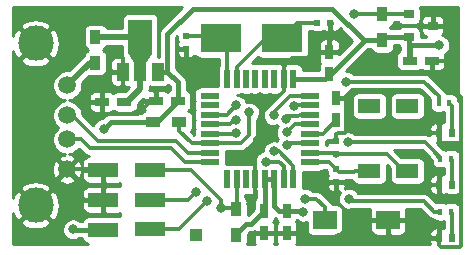
<source format=gtl>
G04 #@! TF.GenerationSoftware,KiCad,Pcbnew,(2017-03-08 revision a73abbfc3)-makepkg*
G04 #@! TF.CreationDate,2017-03-09T22:48:04+02:00*
G04 #@! TF.ProjectId,serial_gw_ATSAMD21E,73657269616C5F67775F415453414D44,rev?*
G04 #@! TF.FileFunction,Copper,L1,Top,Signal*
G04 #@! TF.FilePolarity,Positive*
%FSLAX46Y46*%
G04 Gerber Fmt 4.6, Leading zero omitted, Abs format (unit mm)*
G04 Created by KiCad (PCBNEW (2017-03-08 revision a73abbfc3)-makepkg) date 03/09/17 22:48:04*
%MOMM*%
%LPD*%
G01*
G04 APERTURE LIST*
%ADD10C,0.100000*%
%ADD11C,0.800000*%
%ADD12R,0.400000X0.600000*%
%ADD13R,0.600000X0.700000*%
%ADD14R,1.900000X1.300000*%
%ADD15R,1.000000X1.000000*%
%ADD16R,0.750000X1.200000*%
%ADD17R,0.500000X0.600000*%
%ADD18R,1.200000X0.750000*%
%ADD19C,2.999740*%
%ADD20C,1.501140*%
%ADD21R,0.600000X0.500000*%
%ADD22R,2.500000X1.270000*%
%ADD23R,0.900000X1.200000*%
%ADD24R,1.200000X0.900000*%
%ADD25R,2.000000X1.600000*%
%ADD26R,0.550000X1.600000*%
%ADD27R,1.600000X0.550000*%
%ADD28R,0.900000X0.800000*%
%ADD29C,0.750000*%
%ADD30R,2.000000X3.000000*%
%ADD31R,1.000000X1.500000*%
%ADD32R,3.500000X2.400000*%
%ADD33C,0.300000*%
%ADD34C,0.400000*%
%ADD35C,0.500000*%
%ADD36C,0.254000*%
G04 APERTURE END LIST*
D10*
D11*
X107800000Y-91900000D03*
X105800000Y-91900000D03*
X107800000Y-89900000D03*
X105800000Y-89900000D03*
X107800000Y-87900000D03*
X105800000Y-87900000D03*
X107800000Y-85900000D03*
X105800000Y-85900000D03*
X107800000Y-83900000D03*
X105800000Y-83900000D03*
D12*
X142150000Y-86100000D03*
X141250000Y-86100000D03*
X142300000Y-95300000D03*
X141400000Y-95300000D03*
X142300000Y-90800000D03*
X141400000Y-90800000D03*
D13*
X142400000Y-88600000D03*
X141300000Y-88600000D03*
X142400000Y-93000000D03*
X141300000Y-93000000D03*
X142400000Y-97500000D03*
X141300000Y-97500000D03*
D14*
X138600000Y-91850000D03*
X138600000Y-86350000D03*
X135400000Y-86350000D03*
X135400000Y-91850000D03*
D15*
X120700000Y-97300000D03*
D16*
X132600000Y-87550000D03*
X132600000Y-85650000D03*
D17*
X132600000Y-90400000D03*
X132600000Y-89300000D03*
X119900000Y-80400000D03*
X119900000Y-81500000D03*
D18*
X138800000Y-82500000D03*
X140700000Y-82500000D03*
D19*
X107135120Y-81044860D03*
X107135120Y-94760860D03*
D20*
X109802120Y-84600860D03*
X109802120Y-87140860D03*
X109802120Y-89172860D03*
X109802120Y-91712860D03*
D16*
X132000000Y-81750000D03*
X132000000Y-83650000D03*
X126500000Y-95200000D03*
X126500000Y-97100000D03*
X128400000Y-95200000D03*
X128400000Y-97100000D03*
D21*
X131000000Y-79300000D03*
X132100000Y-79300000D03*
D17*
X132600000Y-91700000D03*
X132600000Y-92800000D03*
D18*
X114650000Y-86000000D03*
X112750000Y-86000000D03*
X119200000Y-85900000D03*
X117300000Y-85900000D03*
D22*
X116860000Y-96800000D03*
X116860000Y-94300000D03*
X116860000Y-91760000D03*
X112860000Y-91760000D03*
X112860000Y-94300000D03*
X112860000Y-96840000D03*
D23*
X112200000Y-80500000D03*
X112200000Y-82700000D03*
X124100000Y-97300000D03*
X124100000Y-95100000D03*
X136500000Y-78600000D03*
X136500000Y-80800000D03*
D24*
X119300000Y-87700000D03*
X117100000Y-87700000D03*
D25*
X131600000Y-96000000D03*
X137000000Y-96000000D03*
D26*
X128950000Y-92550000D03*
X128150000Y-92550000D03*
X127350000Y-92550000D03*
X126550000Y-92550000D03*
X125750000Y-92550000D03*
X124950000Y-92550000D03*
X124150000Y-92550000D03*
X123350000Y-92550000D03*
D27*
X121900000Y-91100000D03*
X121900000Y-90300000D03*
X121900000Y-89500000D03*
X121900000Y-88700000D03*
X121900000Y-87900000D03*
X121900000Y-87100000D03*
X121900000Y-86300000D03*
X121900000Y-85500000D03*
D26*
X123350000Y-84050000D03*
X124150000Y-84050000D03*
X124950000Y-84050000D03*
X125750000Y-84050000D03*
X126550000Y-84050000D03*
X127350000Y-84050000D03*
X128150000Y-84050000D03*
X128950000Y-84050000D03*
D27*
X130400000Y-85500000D03*
X130400000Y-86300000D03*
X130400000Y-87100000D03*
X130400000Y-87900000D03*
X130400000Y-88700000D03*
X130400000Y-89500000D03*
X130400000Y-90300000D03*
X130400000Y-91100000D03*
D28*
X140750000Y-79550000D03*
X138750000Y-80500000D03*
X138750000Y-78600000D03*
D29*
X116000000Y-82350000D03*
D10*
G36*
X117000000Y-81975000D02*
X116500000Y-82725000D01*
X115500000Y-82725000D01*
X115000000Y-81975000D01*
X117000000Y-81975000D01*
X117000000Y-81975000D01*
G37*
D30*
X116000000Y-80500000D03*
D31*
X117500000Y-83460000D03*
X116000000Y-83460000D03*
X114500000Y-83460000D03*
D32*
X128000000Y-80600000D03*
X122800000Y-80600000D03*
D11*
X126105237Y-85545388D03*
X119900000Y-82900000D03*
X111800000Y-84400000D03*
X125404656Y-94650011D03*
X132715079Y-97490477D03*
X141300000Y-81200000D03*
X110300000Y-96800000D03*
X129800000Y-95300000D03*
X112900000Y-88300000D03*
X121683953Y-94386049D03*
X126600010Y-91049988D03*
X122800000Y-95000000D03*
X129900000Y-94200000D03*
X120700000Y-93600000D03*
X127290580Y-90193752D03*
X128427722Y-89692081D03*
X133626454Y-94214355D03*
X133599972Y-89408000D03*
X128399392Y-88592434D03*
X128976655Y-86367281D03*
X133400000Y-84300000D03*
X127276644Y-87125452D03*
X134100000Y-78600000D03*
X125200000Y-86899998D03*
X124099306Y-88649990D03*
X124107306Y-87550007D03*
X124100000Y-86300000D03*
X128332921Y-87432544D03*
D33*
X132600000Y-89300000D02*
X132600000Y-88700000D01*
X132600000Y-88700000D02*
X132699999Y-88600001D01*
X132699999Y-88600001D02*
X133335001Y-88600001D01*
X133335001Y-88600001D02*
X133425001Y-88510001D01*
X133425001Y-88510001D02*
X133425001Y-85673001D01*
X133425001Y-85673001D02*
X133402000Y-85650000D01*
X133402000Y-85650000D02*
X132600000Y-85650000D01*
X141300000Y-88600000D02*
X141300000Y-89250000D01*
X141300000Y-89250000D02*
X141550000Y-89500000D01*
X141550000Y-89500000D02*
X142960002Y-89500000D01*
X142960002Y-89500000D02*
X143060001Y-89400001D01*
X143150001Y-93710001D02*
X143150001Y-94000000D01*
X143150001Y-94000000D02*
X141650000Y-94000000D01*
X141650000Y-94000000D02*
X141300000Y-93650000D01*
X141300000Y-93650000D02*
X141300000Y-93000000D01*
X132600000Y-85650000D02*
X133275000Y-85650000D01*
X133275000Y-85650000D02*
X133925000Y-85000000D01*
X133925000Y-85000000D02*
X139660002Y-85000000D01*
X139660002Y-85000000D02*
X140400000Y-85739998D01*
X140400000Y-85739998D02*
X140400000Y-87050000D01*
X141300000Y-87950000D02*
X141300000Y-88600000D01*
X140400000Y-87050000D02*
X141300000Y-87950000D01*
X126500000Y-97100000D02*
X128400000Y-97100000D01*
X126105237Y-85545388D02*
X126105237Y-86111073D01*
X126105237Y-86111073D02*
X126350002Y-86355838D01*
X126350002Y-86355838D02*
X126350002Y-86849998D01*
X109802120Y-91712860D02*
X112812860Y-91712860D01*
X112812860Y-91712860D02*
X112860000Y-91760000D01*
X112860000Y-94300000D02*
X112860000Y-91760000D01*
X143150001Y-93710001D02*
X143150001Y-98210001D01*
X143150001Y-98210001D02*
X143060001Y-98300001D01*
X143060001Y-98300001D02*
X141450001Y-98300001D01*
X141450001Y-98300001D02*
X141300000Y-98150000D01*
X141300000Y-98150000D02*
X141300000Y-97500000D01*
X143060001Y-89400001D02*
X143150001Y-89490001D01*
X143150001Y-89490001D02*
X143150001Y-93710001D01*
X140700000Y-83175000D02*
X140700000Y-82500000D01*
X143150001Y-89310001D02*
X143150001Y-85625001D01*
X143060001Y-89400001D02*
X143150001Y-89310001D01*
X143150001Y-85625001D02*
X140700000Y-83175000D01*
X117300000Y-85900000D02*
X116900000Y-85900000D01*
X116900000Y-85900000D02*
X115800000Y-87000000D01*
X113000000Y-87000000D02*
X112750000Y-86750000D01*
X115800000Y-87000000D02*
X113000000Y-87000000D01*
X112750000Y-86750000D02*
X112750000Y-86000000D01*
X125750000Y-89160298D02*
X125750000Y-92550000D01*
X128150000Y-84050000D02*
X128150000Y-85050000D01*
X128150000Y-85050000D02*
X126350002Y-86849998D01*
X126350002Y-86849998D02*
X126350002Y-88560296D01*
X126350002Y-88560296D02*
X125750000Y-89160298D01*
X119900000Y-81500000D02*
X119900000Y-82900000D01*
X132100000Y-79300000D02*
X132100000Y-81650000D01*
X132100000Y-81650000D02*
X132000000Y-81750000D01*
X132600000Y-92800000D02*
X132600000Y-94389998D01*
X132600000Y-94389998D02*
X134100000Y-95889998D01*
X134100000Y-95889998D02*
X134100000Y-96105556D01*
X134100000Y-96105556D02*
X132715079Y-97490477D01*
X130110001Y-82250001D02*
X130610002Y-81750000D01*
X130610002Y-81750000D02*
X132000000Y-81750000D01*
X128150000Y-84050000D02*
X128150000Y-82950000D01*
X128150000Y-82950000D02*
X128849999Y-82250001D01*
X128849999Y-82250001D02*
X130110001Y-82250001D01*
X111800000Y-84400000D02*
X112740000Y-84400000D01*
X112740000Y-84400000D02*
X112750000Y-84410000D01*
X112750000Y-86000000D02*
X112750000Y-84410000D01*
X112750000Y-84410000D02*
X113700000Y-83460000D01*
X113700000Y-83460000D02*
X114500000Y-83460000D01*
X125750000Y-92550000D02*
X125750000Y-94304667D01*
X125750000Y-94304667D02*
X125404656Y-94650011D01*
X137000000Y-96000000D02*
X134205556Y-96000000D01*
X134205556Y-96000000D02*
X132715079Y-97490477D01*
D34*
X124100000Y-97300000D02*
X124100000Y-97150000D01*
X125400000Y-96300000D02*
X126500000Y-95200000D01*
X124100000Y-97150000D02*
X124950000Y-96300000D01*
X124950000Y-96300000D02*
X125400000Y-96300000D01*
X138800000Y-82500000D02*
X138800000Y-81200000D01*
X138800000Y-81200000D02*
X141300000Y-81200000D01*
X120439998Y-78100000D02*
X132260002Y-78100000D01*
X117500000Y-83460000D02*
X118140000Y-83460000D01*
X118140000Y-83460000D02*
X118300000Y-83300000D01*
X118300000Y-83300000D02*
X118300000Y-80239998D01*
X118300000Y-80239998D02*
X120439998Y-78100000D01*
X132260002Y-78100000D02*
X134960002Y-80800000D01*
X134960002Y-80800000D02*
X135525000Y-80800000D01*
X110340000Y-96840000D02*
X110300000Y-96800000D01*
X112860000Y-96840000D02*
X110340000Y-96840000D01*
X132000000Y-83650000D02*
X132150000Y-83650000D01*
X132150000Y-83650000D02*
X135000000Y-80800000D01*
X135000000Y-80800000D02*
X135525000Y-80800000D01*
X129700000Y-95200000D02*
X129800000Y-95300000D01*
X128400000Y-95200000D02*
X129700000Y-95200000D01*
X117500000Y-83460000D02*
X118300000Y-83460000D01*
X119200000Y-84360000D02*
X119200000Y-85900000D01*
X118300000Y-83460000D02*
X119200000Y-84360000D01*
X117100000Y-87700000D02*
X117400000Y-87700000D01*
X117400000Y-87700000D02*
X119200000Y-85900000D01*
X113500000Y-87700000D02*
X112900000Y-88300000D01*
X117100000Y-87700000D02*
X113500000Y-87700000D01*
X127350000Y-92550000D02*
X126550000Y-92550000D01*
X135525000Y-80800000D02*
X136500000Y-80800000D01*
X138750000Y-80500000D02*
X138750000Y-82450000D01*
X138750000Y-82450000D02*
X138800000Y-82500000D01*
X138750000Y-80500000D02*
X136800000Y-80500000D01*
X136800000Y-80500000D02*
X136500000Y-80800000D01*
X128400000Y-95200000D02*
X127725000Y-95200000D01*
X127350000Y-94825000D02*
X127350000Y-92550000D01*
X127725000Y-95200000D02*
X127350000Y-94825000D01*
X126550000Y-92550000D02*
X126550000Y-95150000D01*
X126550000Y-95150000D02*
X126500000Y-95200000D01*
X128950000Y-84050000D02*
X131600000Y-84050000D01*
X131600000Y-84050000D02*
X132000000Y-83650000D01*
D33*
X128000000Y-80600000D02*
X126600000Y-80600000D01*
X126600000Y-80600000D02*
X124150000Y-83050000D01*
X124150000Y-83050000D02*
X124150000Y-84050000D01*
X131000000Y-79300000D02*
X129300000Y-79300000D01*
X129300000Y-79300000D02*
X128000000Y-80600000D01*
X130400000Y-88700000D02*
X131450000Y-88700000D01*
X131450000Y-88700000D02*
X132600000Y-87550000D01*
X132600000Y-90563000D02*
X132739000Y-90424000D01*
X132739000Y-90424000D02*
X136874000Y-90424000D01*
X136874000Y-90424000D02*
X138300000Y-91850000D01*
X138300000Y-91850000D02*
X138600000Y-91850000D01*
X132600000Y-90400000D02*
X132500000Y-90300000D01*
X132500000Y-90300000D02*
X130400000Y-90300000D01*
X134150000Y-91850000D02*
X135400000Y-91850000D01*
X134086991Y-91913009D02*
X134150000Y-91850000D01*
X132600000Y-91700000D02*
X132813009Y-91913009D01*
X132813009Y-91913009D02*
X134086991Y-91913009D01*
X130400000Y-91100000D02*
X132000000Y-91100000D01*
X132000000Y-91100000D02*
X132600000Y-91700000D01*
X142400000Y-97500000D02*
X142400000Y-95400000D01*
X142400000Y-95400000D02*
X142300000Y-95300000D01*
X142400000Y-93000000D02*
X142400000Y-90900000D01*
X142400000Y-90900000D02*
X142300000Y-90800000D01*
X142400000Y-88600000D02*
X142400000Y-86350000D01*
X142400000Y-86350000D02*
X142150000Y-86100000D01*
X128150000Y-92550000D02*
X128150000Y-91464998D01*
X128150000Y-91464998D02*
X127734990Y-91049988D01*
X127734990Y-91049988D02*
X126600010Y-91049988D01*
X119270002Y-96800000D02*
X121683953Y-94386049D01*
X116860000Y-96800000D02*
X119270002Y-96800000D01*
X116860000Y-91760000D02*
X120260000Y-91760000D01*
X120260000Y-91760000D02*
X122800000Y-94300000D01*
X122800000Y-94300000D02*
X122800000Y-95000000D01*
X131600000Y-96000000D02*
X131600000Y-94900000D01*
X131600000Y-94900000D02*
X130900000Y-94200000D01*
X130900000Y-94200000D02*
X129900000Y-94200000D01*
X124100000Y-95100000D02*
X124100000Y-94950000D01*
X124100000Y-94950000D02*
X124050000Y-95000000D01*
X124050000Y-95000000D02*
X124000000Y-95000000D01*
X122800000Y-95000000D02*
X124000000Y-95000000D01*
X124000000Y-95000000D02*
X124100000Y-95100000D01*
X124150000Y-92550000D02*
X124150000Y-95050000D01*
X124150000Y-95050000D02*
X124100000Y-95100000D01*
X128950000Y-91416455D02*
X127733545Y-90200000D01*
X128950000Y-92550000D02*
X128950000Y-91416455D01*
X127733545Y-90200000D02*
X127296828Y-90200000D01*
X127296828Y-90200000D02*
X127290580Y-90193752D01*
X116860000Y-94300000D02*
X120000000Y-94300000D01*
X120000000Y-94300000D02*
X120700000Y-93600000D01*
X121900000Y-90300000D02*
X120000000Y-90300000D01*
X119000000Y-89300000D02*
X112400000Y-89300000D01*
X120000000Y-90300000D02*
X119000000Y-89300000D01*
X112400000Y-89300000D02*
X110240860Y-87140860D01*
X110240860Y-87140860D02*
X109802120Y-87140860D01*
X109802120Y-89172860D02*
X110972860Y-89172860D01*
X110972860Y-89172860D02*
X111723429Y-89923429D01*
X111723429Y-89923429D02*
X118623429Y-89923429D01*
X118623429Y-89923429D02*
X119800000Y-91100000D01*
X119800000Y-91100000D02*
X121900000Y-91100000D01*
X133812111Y-94400012D02*
X133626454Y-94214355D01*
X140900000Y-95300000D02*
X140000012Y-94400012D01*
X141400000Y-95300000D02*
X140900000Y-95300000D01*
X140000012Y-94400012D02*
X133812111Y-94400012D01*
X128619803Y-89500000D02*
X128427722Y-89692081D01*
X130400000Y-89500000D02*
X128619803Y-89500000D01*
X140108000Y-89408000D02*
X133599972Y-89408000D01*
X140900000Y-90200000D02*
X140108000Y-89408000D01*
X129091826Y-87900000D02*
X128399392Y-88592434D01*
X130400000Y-87900000D02*
X129091826Y-87900000D01*
X141400000Y-90800000D02*
X141400000Y-90700000D01*
X141400000Y-90700000D02*
X140900000Y-90200000D01*
X140900000Y-90200000D02*
X141400000Y-90800000D01*
X141250000Y-85500000D02*
X141250000Y-86100000D01*
X133400000Y-84300000D02*
X140050000Y-84300000D01*
X140050000Y-84300000D02*
X141250000Y-85500000D01*
X129043936Y-86300000D02*
X128976655Y-86367281D01*
X130400000Y-86300000D02*
X129043936Y-86300000D01*
X130400000Y-85500000D02*
X128633545Y-85500000D01*
X128633545Y-85500000D02*
X127300000Y-86833545D01*
X127300000Y-86833545D02*
X127300000Y-87102096D01*
X127300000Y-87102096D02*
X127276644Y-87125452D01*
X134100000Y-78600000D02*
X136500000Y-78600000D01*
X138750000Y-78600000D02*
X136500000Y-78600000D01*
X121900000Y-89500000D02*
X124500000Y-89500000D01*
X125200000Y-88800000D02*
X125200000Y-86899998D01*
X124500000Y-89500000D02*
X125200000Y-88800000D01*
X119300000Y-87700000D02*
X119300000Y-88450000D01*
X119300000Y-88450000D02*
X120350000Y-89500000D01*
X120350000Y-89500000D02*
X121900000Y-89500000D01*
X124049296Y-88700000D02*
X124099306Y-88649990D01*
X121900000Y-88700000D02*
X124049296Y-88700000D01*
X123591292Y-87900000D02*
X123941285Y-87550007D01*
X123941285Y-87550007D02*
X124107306Y-87550007D01*
X121900000Y-87900000D02*
X123591292Y-87900000D01*
X123300000Y-87100000D02*
X124100000Y-86300000D01*
X121900000Y-87100000D02*
X123300000Y-87100000D01*
X128530119Y-87235346D02*
X128332921Y-87432544D01*
X129358297Y-87235346D02*
X128530119Y-87235346D01*
X129493643Y-87100000D02*
X129358297Y-87235346D01*
X130400000Y-87100000D02*
X129493643Y-87100000D01*
X119900000Y-80400000D02*
X122600000Y-80400000D01*
X122600000Y-80400000D02*
X122800000Y-80600000D01*
X123350000Y-84050000D02*
X123350000Y-81150000D01*
X123350000Y-81150000D02*
X122800000Y-80600000D01*
D35*
X109802120Y-84600860D02*
X111702980Y-82700000D01*
X111702980Y-82700000D02*
X112200000Y-82700000D01*
X116000000Y-83460000D02*
X116000000Y-84875000D01*
X116000000Y-84875000D02*
X114875000Y-86000000D01*
X114875000Y-86000000D02*
X114650000Y-86000000D01*
X116000000Y-83460000D02*
X116000000Y-82350000D01*
X116000000Y-83460000D02*
X116000000Y-80500000D01*
X112200000Y-80500000D02*
X116000000Y-80500000D01*
D36*
G36*
X117785933Y-79725931D02*
X117743319Y-79777811D01*
X117700142Y-79829267D01*
X117698298Y-79832621D01*
X117695875Y-79835571D01*
X117664152Y-79894734D01*
X117631789Y-79953602D01*
X117630634Y-79957243D01*
X117628826Y-79960615D01*
X117609169Y-80024908D01*
X117588887Y-80088846D01*
X117588462Y-80092639D01*
X117587342Y-80096301D01*
X117580548Y-80163192D01*
X117573071Y-80229847D01*
X117573019Y-80237315D01*
X117573004Y-80237460D01*
X117573017Y-80237595D01*
X117573000Y-80239998D01*
X117573000Y-82180451D01*
X117495973Y-82180451D01*
X117519374Y-82103310D01*
X117529549Y-82000000D01*
X117529549Y-79000000D01*
X117519374Y-78896690D01*
X117489239Y-78797350D01*
X117440304Y-78705798D01*
X117374448Y-78625552D01*
X117294202Y-78559696D01*
X117202650Y-78510761D01*
X117103310Y-78480626D01*
X117000000Y-78470451D01*
X115000000Y-78470451D01*
X114896690Y-78480626D01*
X114797350Y-78510761D01*
X114705798Y-78559696D01*
X114625552Y-78625552D01*
X114559696Y-78705798D01*
X114510761Y-78797350D01*
X114480626Y-78896690D01*
X114470451Y-79000000D01*
X114470451Y-79723000D01*
X113147020Y-79723000D01*
X113139239Y-79697350D01*
X113090304Y-79605798D01*
X113024448Y-79525552D01*
X112944202Y-79459696D01*
X112852650Y-79410761D01*
X112753310Y-79380626D01*
X112650000Y-79370451D01*
X111750000Y-79370451D01*
X111646690Y-79380626D01*
X111547350Y-79410761D01*
X111455798Y-79459696D01*
X111375552Y-79525552D01*
X111309696Y-79605798D01*
X111260761Y-79697350D01*
X111230626Y-79796690D01*
X111220451Y-79900000D01*
X111220451Y-81100000D01*
X111230626Y-81203310D01*
X111260761Y-81302650D01*
X111309696Y-81394202D01*
X111375552Y-81474448D01*
X111455798Y-81540304D01*
X111547350Y-81589239D01*
X111582824Y-81600000D01*
X111547350Y-81610761D01*
X111455798Y-81659696D01*
X111375552Y-81725552D01*
X111309696Y-81805798D01*
X111260761Y-81897350D01*
X111230626Y-81996690D01*
X111220914Y-82095296D01*
X111217399Y-82098163D01*
X111161283Y-82142960D01*
X111155594Y-82148570D01*
X111155479Y-82148664D01*
X111155391Y-82148770D01*
X111153558Y-82150578D01*
X109972555Y-83331581D01*
X109936309Y-83324141D01*
X109685770Y-83322391D01*
X109439664Y-83369339D01*
X109207363Y-83463194D01*
X108997716Y-83600383D01*
X108818709Y-83775680D01*
X108677160Y-83982408D01*
X108578460Y-84212692D01*
X108526368Y-84457762D01*
X108522870Y-84708282D01*
X108568098Y-84954710D01*
X108660330Y-85187660D01*
X108796052Y-85398260D01*
X108970095Y-85578486D01*
X109175829Y-85721475D01*
X109405419Y-85821781D01*
X109634560Y-85872160D01*
X109439664Y-85909339D01*
X109207363Y-86003194D01*
X108997716Y-86140383D01*
X108818709Y-86315680D01*
X108677160Y-86522408D01*
X108578460Y-86752692D01*
X108526368Y-86997762D01*
X108522870Y-87248282D01*
X108568098Y-87494710D01*
X108660330Y-87727660D01*
X108796052Y-87938260D01*
X108970095Y-88118486D01*
X109023431Y-88155556D01*
X108997716Y-88172383D01*
X108818709Y-88347680D01*
X108677160Y-88554408D01*
X108578460Y-88784692D01*
X108526368Y-89029762D01*
X108522870Y-89280282D01*
X108568098Y-89526710D01*
X108660330Y-89759660D01*
X108796052Y-89970260D01*
X108970095Y-90150486D01*
X109175829Y-90293475D01*
X109405419Y-90393781D01*
X109640529Y-90445472D01*
X109529520Y-90458385D01*
X109290023Y-90535671D01*
X109107828Y-90633055D01*
X109040787Y-90848290D01*
X109802120Y-91609622D01*
X110563453Y-90848290D01*
X110496412Y-90633055D01*
X110272412Y-90518354D01*
X110030338Y-90449556D01*
X109954076Y-90443400D01*
X110147346Y-90409322D01*
X110380935Y-90318719D01*
X110592477Y-90184470D01*
X110773914Y-90011690D01*
X110807151Y-89964573D01*
X111244718Y-90402140D01*
X111293025Y-90441820D01*
X111340946Y-90482031D01*
X111344066Y-90483746D01*
X111346817Y-90486006D01*
X111401938Y-90515562D01*
X111456730Y-90545684D01*
X111460123Y-90546760D01*
X111463261Y-90548443D01*
X111523093Y-90566735D01*
X111582673Y-90585635D01*
X111586209Y-90586032D01*
X111589615Y-90587073D01*
X111651812Y-90593390D01*
X111692910Y-90598000D01*
X111558095Y-90598000D01*
X111456280Y-90618252D01*
X111360372Y-90657979D01*
X111274057Y-90715652D01*
X111200652Y-90789057D01*
X111142979Y-90875372D01*
X111103252Y-90971280D01*
X111083000Y-91073095D01*
X111083000Y-91555250D01*
X111214750Y-91687000D01*
X112787000Y-91687000D01*
X112787000Y-91667000D01*
X112933000Y-91667000D01*
X112933000Y-91687000D01*
X112953000Y-91687000D01*
X112953000Y-91833000D01*
X112933000Y-91833000D01*
X112933000Y-92790250D01*
X113064750Y-92922000D01*
X114161905Y-92922000D01*
X114263720Y-92901748D01*
X114273000Y-92897904D01*
X114273000Y-93162096D01*
X114263720Y-93158252D01*
X114161905Y-93138000D01*
X113064750Y-93138000D01*
X112933000Y-93269750D01*
X112933000Y-94227000D01*
X112953000Y-94227000D01*
X112953000Y-94373000D01*
X112933000Y-94373000D01*
X112933000Y-95330250D01*
X113064750Y-95462000D01*
X114161905Y-95462000D01*
X114263720Y-95441748D01*
X114273000Y-95437904D01*
X114273000Y-95703733D01*
X114213310Y-95685626D01*
X114110000Y-95675451D01*
X111610000Y-95675451D01*
X111506690Y-95685626D01*
X111407350Y-95715761D01*
X111315798Y-95764696D01*
X111235552Y-95830552D01*
X111169696Y-95910798D01*
X111120761Y-96002350D01*
X111090626Y-96101690D01*
X111089512Y-96113000D01*
X110924259Y-96113000D01*
X110893751Y-96082278D01*
X110743037Y-95980621D01*
X110575448Y-95910173D01*
X110397367Y-95873618D01*
X110215577Y-95872349D01*
X110037003Y-95906413D01*
X109868447Y-95974515D01*
X109716328Y-96074058D01*
X109586441Y-96201253D01*
X109483733Y-96351254D01*
X109412117Y-96518347D01*
X109374320Y-96696168D01*
X109371782Y-96877945D01*
X109404599Y-97056752D01*
X109471522Y-97225780D01*
X109570001Y-97378590D01*
X109696286Y-97509362D01*
X109845566Y-97613114D01*
X110012155Y-97685895D01*
X110189708Y-97724932D01*
X110371463Y-97728740D01*
X110550495Y-97697171D01*
X110719986Y-97631430D01*
X110821511Y-97567000D01*
X111089512Y-97567000D01*
X111090626Y-97578310D01*
X111120761Y-97677650D01*
X111169696Y-97769202D01*
X111235552Y-97849448D01*
X111315798Y-97915304D01*
X111407350Y-97964239D01*
X111506690Y-97994374D01*
X111543506Y-97998000D01*
X105202000Y-97998000D01*
X105202000Y-96158476D01*
X105840741Y-96158476D01*
X105997819Y-96450416D01*
X106349287Y-96639829D01*
X106730955Y-96757033D01*
X107128155Y-96797526D01*
X107525623Y-96759750D01*
X107908083Y-96645159D01*
X108260840Y-96458155D01*
X108272421Y-96450416D01*
X108429499Y-96158476D01*
X107135120Y-94864098D01*
X105840741Y-96158476D01*
X105202000Y-96158476D01*
X105202000Y-95370878D01*
X105250821Y-95533823D01*
X105437825Y-95886580D01*
X105445564Y-95898161D01*
X105737504Y-96055239D01*
X107031882Y-94760860D01*
X107238358Y-94760860D01*
X108532736Y-96055239D01*
X108824676Y-95898161D01*
X109014089Y-95546693D01*
X109131293Y-95165025D01*
X109171786Y-94767825D01*
X109146783Y-94504750D01*
X111083000Y-94504750D01*
X111083000Y-94986905D01*
X111103252Y-95088720D01*
X111142979Y-95184628D01*
X111200652Y-95270943D01*
X111274057Y-95344348D01*
X111360372Y-95402021D01*
X111456280Y-95441748D01*
X111558095Y-95462000D01*
X112655250Y-95462000D01*
X112787000Y-95330250D01*
X112787000Y-94373000D01*
X111214750Y-94373000D01*
X111083000Y-94504750D01*
X109146783Y-94504750D01*
X109134010Y-94370357D01*
X109019419Y-93987897D01*
X108832415Y-93635140D01*
X108824676Y-93623559D01*
X108805228Y-93613095D01*
X111083000Y-93613095D01*
X111083000Y-94095250D01*
X111214750Y-94227000D01*
X112787000Y-94227000D01*
X112787000Y-93269750D01*
X112655250Y-93138000D01*
X111558095Y-93138000D01*
X111456280Y-93158252D01*
X111360372Y-93197979D01*
X111274057Y-93255652D01*
X111200652Y-93329057D01*
X111142979Y-93415372D01*
X111103252Y-93511280D01*
X111083000Y-93613095D01*
X108805228Y-93613095D01*
X108532736Y-93466481D01*
X107238358Y-94760860D01*
X107031882Y-94760860D01*
X105737504Y-93466481D01*
X105445564Y-93623559D01*
X105256151Y-93975027D01*
X105202000Y-94151367D01*
X105202000Y-93363244D01*
X105840741Y-93363244D01*
X107135120Y-94657622D01*
X108429499Y-93363244D01*
X108272421Y-93071304D01*
X107920953Y-92881891D01*
X107539285Y-92764687D01*
X107142085Y-92724194D01*
X106744617Y-92761970D01*
X106362157Y-92876561D01*
X106009400Y-93063565D01*
X105997819Y-93071304D01*
X105840741Y-93363244D01*
X105202000Y-93363244D01*
X105202000Y-92577430D01*
X109040787Y-92577430D01*
X109107828Y-92792665D01*
X109331828Y-92907366D01*
X109573902Y-92976164D01*
X109824745Y-92996412D01*
X110074720Y-92967335D01*
X110314217Y-92890049D01*
X110496412Y-92792665D01*
X110563453Y-92577430D01*
X109802120Y-91816098D01*
X109040787Y-92577430D01*
X105202000Y-92577430D01*
X105202000Y-91735485D01*
X108518568Y-91735485D01*
X108547645Y-91985460D01*
X108624931Y-92224957D01*
X108722315Y-92407152D01*
X108937550Y-92474193D01*
X109698882Y-91712860D01*
X109905358Y-91712860D01*
X110666690Y-92474193D01*
X110881925Y-92407152D01*
X110996626Y-92183152D01*
X111058696Y-91964750D01*
X111083000Y-91964750D01*
X111083000Y-92446905D01*
X111103252Y-92548720D01*
X111142979Y-92644628D01*
X111200652Y-92730943D01*
X111274057Y-92804348D01*
X111360372Y-92862021D01*
X111456280Y-92901748D01*
X111558095Y-92922000D01*
X112655250Y-92922000D01*
X112787000Y-92790250D01*
X112787000Y-91833000D01*
X111214750Y-91833000D01*
X111083000Y-91964750D01*
X111058696Y-91964750D01*
X111065424Y-91941078D01*
X111085672Y-91690235D01*
X111056595Y-91440260D01*
X110979309Y-91200763D01*
X110881925Y-91018568D01*
X110666690Y-90951527D01*
X109905358Y-91712860D01*
X109698882Y-91712860D01*
X108937550Y-90951527D01*
X108722315Y-91018568D01*
X108607614Y-91242568D01*
X108538816Y-91484642D01*
X108518568Y-91735485D01*
X105202000Y-91735485D01*
X105202000Y-82442476D01*
X105840741Y-82442476D01*
X105997819Y-82734416D01*
X106349287Y-82923829D01*
X106730955Y-83041033D01*
X107128155Y-83081526D01*
X107525623Y-83043750D01*
X107908083Y-82929159D01*
X108260840Y-82742155D01*
X108272421Y-82734416D01*
X108429499Y-82442476D01*
X107135120Y-81148098D01*
X105840741Y-82442476D01*
X105202000Y-82442476D01*
X105202000Y-81654878D01*
X105250821Y-81817823D01*
X105437825Y-82170580D01*
X105445564Y-82182161D01*
X105737504Y-82339239D01*
X107031882Y-81044860D01*
X107238358Y-81044860D01*
X108532736Y-82339239D01*
X108824676Y-82182161D01*
X109014089Y-81830693D01*
X109131293Y-81449025D01*
X109171786Y-81051825D01*
X109134010Y-80654357D01*
X109019419Y-80271897D01*
X108832415Y-79919140D01*
X108824676Y-79907559D01*
X108532736Y-79750481D01*
X107238358Y-81044860D01*
X107031882Y-81044860D01*
X105737504Y-79750481D01*
X105445564Y-79907559D01*
X105256151Y-80259027D01*
X105202000Y-80435367D01*
X105202000Y-79647244D01*
X105840741Y-79647244D01*
X107135120Y-80941622D01*
X108429499Y-79647244D01*
X108272421Y-79355304D01*
X107920953Y-79165891D01*
X107539285Y-79048687D01*
X107142085Y-79008194D01*
X106744617Y-79045970D01*
X106362157Y-79160561D01*
X106009400Y-79347565D01*
X105997819Y-79355304D01*
X105840741Y-79647244D01*
X105202000Y-79647244D01*
X105202000Y-78002000D01*
X119509865Y-78002000D01*
X117785933Y-79725931D01*
X117785933Y-79725931D01*
G37*
X117785933Y-79725931D02*
X117743319Y-79777811D01*
X117700142Y-79829267D01*
X117698298Y-79832621D01*
X117695875Y-79835571D01*
X117664152Y-79894734D01*
X117631789Y-79953602D01*
X117630634Y-79957243D01*
X117628826Y-79960615D01*
X117609169Y-80024908D01*
X117588887Y-80088846D01*
X117588462Y-80092639D01*
X117587342Y-80096301D01*
X117580548Y-80163192D01*
X117573071Y-80229847D01*
X117573019Y-80237315D01*
X117573004Y-80237460D01*
X117573017Y-80237595D01*
X117573000Y-80239998D01*
X117573000Y-82180451D01*
X117495973Y-82180451D01*
X117519374Y-82103310D01*
X117529549Y-82000000D01*
X117529549Y-79000000D01*
X117519374Y-78896690D01*
X117489239Y-78797350D01*
X117440304Y-78705798D01*
X117374448Y-78625552D01*
X117294202Y-78559696D01*
X117202650Y-78510761D01*
X117103310Y-78480626D01*
X117000000Y-78470451D01*
X115000000Y-78470451D01*
X114896690Y-78480626D01*
X114797350Y-78510761D01*
X114705798Y-78559696D01*
X114625552Y-78625552D01*
X114559696Y-78705798D01*
X114510761Y-78797350D01*
X114480626Y-78896690D01*
X114470451Y-79000000D01*
X114470451Y-79723000D01*
X113147020Y-79723000D01*
X113139239Y-79697350D01*
X113090304Y-79605798D01*
X113024448Y-79525552D01*
X112944202Y-79459696D01*
X112852650Y-79410761D01*
X112753310Y-79380626D01*
X112650000Y-79370451D01*
X111750000Y-79370451D01*
X111646690Y-79380626D01*
X111547350Y-79410761D01*
X111455798Y-79459696D01*
X111375552Y-79525552D01*
X111309696Y-79605798D01*
X111260761Y-79697350D01*
X111230626Y-79796690D01*
X111220451Y-79900000D01*
X111220451Y-81100000D01*
X111230626Y-81203310D01*
X111260761Y-81302650D01*
X111309696Y-81394202D01*
X111375552Y-81474448D01*
X111455798Y-81540304D01*
X111547350Y-81589239D01*
X111582824Y-81600000D01*
X111547350Y-81610761D01*
X111455798Y-81659696D01*
X111375552Y-81725552D01*
X111309696Y-81805798D01*
X111260761Y-81897350D01*
X111230626Y-81996690D01*
X111220914Y-82095296D01*
X111217399Y-82098163D01*
X111161283Y-82142960D01*
X111155594Y-82148570D01*
X111155479Y-82148664D01*
X111155391Y-82148770D01*
X111153558Y-82150578D01*
X109972555Y-83331581D01*
X109936309Y-83324141D01*
X109685770Y-83322391D01*
X109439664Y-83369339D01*
X109207363Y-83463194D01*
X108997716Y-83600383D01*
X108818709Y-83775680D01*
X108677160Y-83982408D01*
X108578460Y-84212692D01*
X108526368Y-84457762D01*
X108522870Y-84708282D01*
X108568098Y-84954710D01*
X108660330Y-85187660D01*
X108796052Y-85398260D01*
X108970095Y-85578486D01*
X109175829Y-85721475D01*
X109405419Y-85821781D01*
X109634560Y-85872160D01*
X109439664Y-85909339D01*
X109207363Y-86003194D01*
X108997716Y-86140383D01*
X108818709Y-86315680D01*
X108677160Y-86522408D01*
X108578460Y-86752692D01*
X108526368Y-86997762D01*
X108522870Y-87248282D01*
X108568098Y-87494710D01*
X108660330Y-87727660D01*
X108796052Y-87938260D01*
X108970095Y-88118486D01*
X109023431Y-88155556D01*
X108997716Y-88172383D01*
X108818709Y-88347680D01*
X108677160Y-88554408D01*
X108578460Y-88784692D01*
X108526368Y-89029762D01*
X108522870Y-89280282D01*
X108568098Y-89526710D01*
X108660330Y-89759660D01*
X108796052Y-89970260D01*
X108970095Y-90150486D01*
X109175829Y-90293475D01*
X109405419Y-90393781D01*
X109640529Y-90445472D01*
X109529520Y-90458385D01*
X109290023Y-90535671D01*
X109107828Y-90633055D01*
X109040787Y-90848290D01*
X109802120Y-91609622D01*
X110563453Y-90848290D01*
X110496412Y-90633055D01*
X110272412Y-90518354D01*
X110030338Y-90449556D01*
X109954076Y-90443400D01*
X110147346Y-90409322D01*
X110380935Y-90318719D01*
X110592477Y-90184470D01*
X110773914Y-90011690D01*
X110807151Y-89964573D01*
X111244718Y-90402140D01*
X111293025Y-90441820D01*
X111340946Y-90482031D01*
X111344066Y-90483746D01*
X111346817Y-90486006D01*
X111401938Y-90515562D01*
X111456730Y-90545684D01*
X111460123Y-90546760D01*
X111463261Y-90548443D01*
X111523093Y-90566735D01*
X111582673Y-90585635D01*
X111586209Y-90586032D01*
X111589615Y-90587073D01*
X111651812Y-90593390D01*
X111692910Y-90598000D01*
X111558095Y-90598000D01*
X111456280Y-90618252D01*
X111360372Y-90657979D01*
X111274057Y-90715652D01*
X111200652Y-90789057D01*
X111142979Y-90875372D01*
X111103252Y-90971280D01*
X111083000Y-91073095D01*
X111083000Y-91555250D01*
X111214750Y-91687000D01*
X112787000Y-91687000D01*
X112787000Y-91667000D01*
X112933000Y-91667000D01*
X112933000Y-91687000D01*
X112953000Y-91687000D01*
X112953000Y-91833000D01*
X112933000Y-91833000D01*
X112933000Y-92790250D01*
X113064750Y-92922000D01*
X114161905Y-92922000D01*
X114263720Y-92901748D01*
X114273000Y-92897904D01*
X114273000Y-93162096D01*
X114263720Y-93158252D01*
X114161905Y-93138000D01*
X113064750Y-93138000D01*
X112933000Y-93269750D01*
X112933000Y-94227000D01*
X112953000Y-94227000D01*
X112953000Y-94373000D01*
X112933000Y-94373000D01*
X112933000Y-95330250D01*
X113064750Y-95462000D01*
X114161905Y-95462000D01*
X114263720Y-95441748D01*
X114273000Y-95437904D01*
X114273000Y-95703733D01*
X114213310Y-95685626D01*
X114110000Y-95675451D01*
X111610000Y-95675451D01*
X111506690Y-95685626D01*
X111407350Y-95715761D01*
X111315798Y-95764696D01*
X111235552Y-95830552D01*
X111169696Y-95910798D01*
X111120761Y-96002350D01*
X111090626Y-96101690D01*
X111089512Y-96113000D01*
X110924259Y-96113000D01*
X110893751Y-96082278D01*
X110743037Y-95980621D01*
X110575448Y-95910173D01*
X110397367Y-95873618D01*
X110215577Y-95872349D01*
X110037003Y-95906413D01*
X109868447Y-95974515D01*
X109716328Y-96074058D01*
X109586441Y-96201253D01*
X109483733Y-96351254D01*
X109412117Y-96518347D01*
X109374320Y-96696168D01*
X109371782Y-96877945D01*
X109404599Y-97056752D01*
X109471522Y-97225780D01*
X109570001Y-97378590D01*
X109696286Y-97509362D01*
X109845566Y-97613114D01*
X110012155Y-97685895D01*
X110189708Y-97724932D01*
X110371463Y-97728740D01*
X110550495Y-97697171D01*
X110719986Y-97631430D01*
X110821511Y-97567000D01*
X111089512Y-97567000D01*
X111090626Y-97578310D01*
X111120761Y-97677650D01*
X111169696Y-97769202D01*
X111235552Y-97849448D01*
X111315798Y-97915304D01*
X111407350Y-97964239D01*
X111506690Y-97994374D01*
X111543506Y-97998000D01*
X105202000Y-97998000D01*
X105202000Y-96158476D01*
X105840741Y-96158476D01*
X105997819Y-96450416D01*
X106349287Y-96639829D01*
X106730955Y-96757033D01*
X107128155Y-96797526D01*
X107525623Y-96759750D01*
X107908083Y-96645159D01*
X108260840Y-96458155D01*
X108272421Y-96450416D01*
X108429499Y-96158476D01*
X107135120Y-94864098D01*
X105840741Y-96158476D01*
X105202000Y-96158476D01*
X105202000Y-95370878D01*
X105250821Y-95533823D01*
X105437825Y-95886580D01*
X105445564Y-95898161D01*
X105737504Y-96055239D01*
X107031882Y-94760860D01*
X107238358Y-94760860D01*
X108532736Y-96055239D01*
X108824676Y-95898161D01*
X109014089Y-95546693D01*
X109131293Y-95165025D01*
X109171786Y-94767825D01*
X109146783Y-94504750D01*
X111083000Y-94504750D01*
X111083000Y-94986905D01*
X111103252Y-95088720D01*
X111142979Y-95184628D01*
X111200652Y-95270943D01*
X111274057Y-95344348D01*
X111360372Y-95402021D01*
X111456280Y-95441748D01*
X111558095Y-95462000D01*
X112655250Y-95462000D01*
X112787000Y-95330250D01*
X112787000Y-94373000D01*
X111214750Y-94373000D01*
X111083000Y-94504750D01*
X109146783Y-94504750D01*
X109134010Y-94370357D01*
X109019419Y-93987897D01*
X108832415Y-93635140D01*
X108824676Y-93623559D01*
X108805228Y-93613095D01*
X111083000Y-93613095D01*
X111083000Y-94095250D01*
X111214750Y-94227000D01*
X112787000Y-94227000D01*
X112787000Y-93269750D01*
X112655250Y-93138000D01*
X111558095Y-93138000D01*
X111456280Y-93158252D01*
X111360372Y-93197979D01*
X111274057Y-93255652D01*
X111200652Y-93329057D01*
X111142979Y-93415372D01*
X111103252Y-93511280D01*
X111083000Y-93613095D01*
X108805228Y-93613095D01*
X108532736Y-93466481D01*
X107238358Y-94760860D01*
X107031882Y-94760860D01*
X105737504Y-93466481D01*
X105445564Y-93623559D01*
X105256151Y-93975027D01*
X105202000Y-94151367D01*
X105202000Y-93363244D01*
X105840741Y-93363244D01*
X107135120Y-94657622D01*
X108429499Y-93363244D01*
X108272421Y-93071304D01*
X107920953Y-92881891D01*
X107539285Y-92764687D01*
X107142085Y-92724194D01*
X106744617Y-92761970D01*
X106362157Y-92876561D01*
X106009400Y-93063565D01*
X105997819Y-93071304D01*
X105840741Y-93363244D01*
X105202000Y-93363244D01*
X105202000Y-92577430D01*
X109040787Y-92577430D01*
X109107828Y-92792665D01*
X109331828Y-92907366D01*
X109573902Y-92976164D01*
X109824745Y-92996412D01*
X110074720Y-92967335D01*
X110314217Y-92890049D01*
X110496412Y-92792665D01*
X110563453Y-92577430D01*
X109802120Y-91816098D01*
X109040787Y-92577430D01*
X105202000Y-92577430D01*
X105202000Y-91735485D01*
X108518568Y-91735485D01*
X108547645Y-91985460D01*
X108624931Y-92224957D01*
X108722315Y-92407152D01*
X108937550Y-92474193D01*
X109698882Y-91712860D01*
X109905358Y-91712860D01*
X110666690Y-92474193D01*
X110881925Y-92407152D01*
X110996626Y-92183152D01*
X111058696Y-91964750D01*
X111083000Y-91964750D01*
X111083000Y-92446905D01*
X111103252Y-92548720D01*
X111142979Y-92644628D01*
X111200652Y-92730943D01*
X111274057Y-92804348D01*
X111360372Y-92862021D01*
X111456280Y-92901748D01*
X111558095Y-92922000D01*
X112655250Y-92922000D01*
X112787000Y-92790250D01*
X112787000Y-91833000D01*
X111214750Y-91833000D01*
X111083000Y-91964750D01*
X111058696Y-91964750D01*
X111065424Y-91941078D01*
X111085672Y-91690235D01*
X111056595Y-91440260D01*
X110979309Y-91200763D01*
X110881925Y-91018568D01*
X110666690Y-90951527D01*
X109905358Y-91712860D01*
X109698882Y-91712860D01*
X108937550Y-90951527D01*
X108722315Y-91018568D01*
X108607614Y-91242568D01*
X108538816Y-91484642D01*
X108518568Y-91735485D01*
X105202000Y-91735485D01*
X105202000Y-82442476D01*
X105840741Y-82442476D01*
X105997819Y-82734416D01*
X106349287Y-82923829D01*
X106730955Y-83041033D01*
X107128155Y-83081526D01*
X107525623Y-83043750D01*
X107908083Y-82929159D01*
X108260840Y-82742155D01*
X108272421Y-82734416D01*
X108429499Y-82442476D01*
X107135120Y-81148098D01*
X105840741Y-82442476D01*
X105202000Y-82442476D01*
X105202000Y-81654878D01*
X105250821Y-81817823D01*
X105437825Y-82170580D01*
X105445564Y-82182161D01*
X105737504Y-82339239D01*
X107031882Y-81044860D01*
X107238358Y-81044860D01*
X108532736Y-82339239D01*
X108824676Y-82182161D01*
X109014089Y-81830693D01*
X109131293Y-81449025D01*
X109171786Y-81051825D01*
X109134010Y-80654357D01*
X109019419Y-80271897D01*
X108832415Y-79919140D01*
X108824676Y-79907559D01*
X108532736Y-79750481D01*
X107238358Y-81044860D01*
X107031882Y-81044860D01*
X105737504Y-79750481D01*
X105445564Y-79907559D01*
X105256151Y-80259027D01*
X105202000Y-80435367D01*
X105202000Y-79647244D01*
X105840741Y-79647244D01*
X107135120Y-80941622D01*
X108429499Y-79647244D01*
X108272421Y-79355304D01*
X107920953Y-79165891D01*
X107539285Y-79048687D01*
X107142085Y-79008194D01*
X106744617Y-79045970D01*
X106362157Y-79160561D01*
X106009400Y-79347565D01*
X105997819Y-79355304D01*
X105840741Y-79647244D01*
X105202000Y-79647244D01*
X105202000Y-78002000D01*
X119509865Y-78002000D01*
X117785933Y-79725931D01*
G36*
X133172020Y-95027469D02*
X133338609Y-95100250D01*
X133516162Y-95139287D01*
X133697917Y-95143095D01*
X133876949Y-95111526D01*
X133965932Y-95077012D01*
X135487139Y-95077012D01*
X135473000Y-95148095D01*
X135473000Y-95795250D01*
X135604750Y-95927000D01*
X136927000Y-95927000D01*
X136927000Y-95907000D01*
X137073000Y-95907000D01*
X137073000Y-95927000D01*
X138395250Y-95927000D01*
X138527000Y-95795250D01*
X138527000Y-95148095D01*
X138512861Y-95077012D01*
X139719590Y-95077012D01*
X140421289Y-95778711D01*
X140469596Y-95818391D01*
X140517517Y-95858602D01*
X140520637Y-95860317D01*
X140523388Y-95862577D01*
X140578509Y-95892133D01*
X140633301Y-95922255D01*
X140636694Y-95923331D01*
X140639832Y-95925014D01*
X140699664Y-95943306D01*
X140759244Y-95962206D01*
X140762780Y-95962603D01*
X140766186Y-95963644D01*
X140821277Y-95969239D01*
X140825552Y-95974448D01*
X140905798Y-96040304D01*
X140997350Y-96089239D01*
X141096690Y-96119374D01*
X141200000Y-96129549D01*
X141600000Y-96129549D01*
X141703310Y-96119374D01*
X141723000Y-96113401D01*
X141723000Y-96637141D01*
X141651905Y-96623000D01*
X141504750Y-96623000D01*
X141373000Y-96754750D01*
X141373000Y-97427000D01*
X141393000Y-97427000D01*
X141393000Y-97573000D01*
X141373000Y-97573000D01*
X141373000Y-97593000D01*
X141227000Y-97593000D01*
X141227000Y-97573000D01*
X140604750Y-97573000D01*
X140473000Y-97704750D01*
X140473000Y-97901905D01*
X140492114Y-97998000D01*
X129209700Y-97998000D01*
X129242021Y-97949628D01*
X129281748Y-97853720D01*
X129302000Y-97751905D01*
X129302000Y-97304750D01*
X129170250Y-97173000D01*
X128473000Y-97173000D01*
X128473000Y-97193000D01*
X128327000Y-97193000D01*
X128327000Y-97173000D01*
X127629750Y-97173000D01*
X127498000Y-97304750D01*
X127498000Y-97751905D01*
X127518252Y-97853720D01*
X127557979Y-97949628D01*
X127590300Y-97998000D01*
X127309700Y-97998000D01*
X127342021Y-97949628D01*
X127381748Y-97853720D01*
X127402000Y-97751905D01*
X127402000Y-97304750D01*
X127270250Y-97173000D01*
X126573000Y-97173000D01*
X126573000Y-97193000D01*
X126427000Y-97193000D01*
X126427000Y-97173000D01*
X125729750Y-97173000D01*
X125598000Y-97304750D01*
X125598000Y-97751905D01*
X125618252Y-97853720D01*
X125657979Y-97949628D01*
X125690300Y-97998000D01*
X125069897Y-97998000D01*
X125079549Y-97900000D01*
X125079549Y-97198584D01*
X125251133Y-97027000D01*
X125400000Y-97027000D01*
X125466819Y-97020448D01*
X125533733Y-97014594D01*
X125537406Y-97013527D01*
X125541208Y-97013154D01*
X125605482Y-96993749D01*
X125669984Y-96975009D01*
X125673377Y-96973250D01*
X125675392Y-96972642D01*
X125729750Y-97027000D01*
X126427000Y-97027000D01*
X126427000Y-97007000D01*
X126573000Y-97007000D01*
X126573000Y-97027000D01*
X127270250Y-97027000D01*
X127402000Y-96895250D01*
X127402000Y-96448095D01*
X127381748Y-96346280D01*
X127342021Y-96250372D01*
X127284348Y-96164057D01*
X127269863Y-96149572D01*
X127315304Y-96094202D01*
X127364239Y-96002650D01*
X127394374Y-95903310D01*
X127399925Y-95846947D01*
X127438604Y-95868211D01*
X127442245Y-95869366D01*
X127445617Y-95871174D01*
X127504226Y-95889093D01*
X127505626Y-95903310D01*
X127535761Y-96002650D01*
X127584696Y-96094202D01*
X127630137Y-96149572D01*
X127615652Y-96164057D01*
X127557979Y-96250372D01*
X127518252Y-96346280D01*
X127498000Y-96448095D01*
X127498000Y-96895250D01*
X127629750Y-97027000D01*
X128327000Y-97027000D01*
X128327000Y-97007000D01*
X128473000Y-97007000D01*
X128473000Y-97027000D01*
X129170250Y-97027000D01*
X129302000Y-96895250D01*
X129302000Y-96448095D01*
X129281748Y-96346280D01*
X129242021Y-96250372D01*
X129184348Y-96164057D01*
X129169863Y-96149572D01*
X129215304Y-96094202D01*
X129243217Y-96041980D01*
X129345566Y-96113114D01*
X129512155Y-96185895D01*
X129689708Y-96224932D01*
X129871463Y-96228740D01*
X130050495Y-96197171D01*
X130070451Y-96189431D01*
X130070451Y-96800000D01*
X130080626Y-96903310D01*
X130110761Y-97002650D01*
X130159696Y-97094202D01*
X130225552Y-97174448D01*
X130305798Y-97240304D01*
X130397350Y-97289239D01*
X130496690Y-97319374D01*
X130600000Y-97329549D01*
X132600000Y-97329549D01*
X132703310Y-97319374D01*
X132802650Y-97289239D01*
X132894202Y-97240304D01*
X132974448Y-97174448D01*
X133040304Y-97094202D01*
X133089239Y-97002650D01*
X133119374Y-96903310D01*
X133129549Y-96800000D01*
X133129549Y-96204750D01*
X135473000Y-96204750D01*
X135473000Y-96851905D01*
X135493252Y-96953720D01*
X135532979Y-97049628D01*
X135590652Y-97135943D01*
X135664057Y-97209348D01*
X135750372Y-97267021D01*
X135846280Y-97306748D01*
X135948095Y-97327000D01*
X136795250Y-97327000D01*
X136927000Y-97195250D01*
X136927000Y-96073000D01*
X137073000Y-96073000D01*
X137073000Y-97195250D01*
X137204750Y-97327000D01*
X138051905Y-97327000D01*
X138153720Y-97306748D01*
X138249628Y-97267021D01*
X138335943Y-97209348D01*
X138409348Y-97135943D01*
X138434636Y-97098095D01*
X140473000Y-97098095D01*
X140473000Y-97295250D01*
X140604750Y-97427000D01*
X141227000Y-97427000D01*
X141227000Y-96754750D01*
X141095250Y-96623000D01*
X140948095Y-96623000D01*
X140846280Y-96643252D01*
X140750372Y-96682979D01*
X140664057Y-96740652D01*
X140590652Y-96814057D01*
X140532979Y-96900372D01*
X140493252Y-96996280D01*
X140473000Y-97098095D01*
X138434636Y-97098095D01*
X138467021Y-97049628D01*
X138506748Y-96953720D01*
X138527000Y-96851905D01*
X138527000Y-96204750D01*
X138395250Y-96073000D01*
X137073000Y-96073000D01*
X136927000Y-96073000D01*
X135604750Y-96073000D01*
X135473000Y-96204750D01*
X133129549Y-96204750D01*
X133129549Y-95200000D01*
X133119374Y-95096690D01*
X133089239Y-94997350D01*
X133065924Y-94953731D01*
X133172020Y-95027469D01*
X133172020Y-95027469D01*
G37*
X133172020Y-95027469D02*
X133338609Y-95100250D01*
X133516162Y-95139287D01*
X133697917Y-95143095D01*
X133876949Y-95111526D01*
X133965932Y-95077012D01*
X135487139Y-95077012D01*
X135473000Y-95148095D01*
X135473000Y-95795250D01*
X135604750Y-95927000D01*
X136927000Y-95927000D01*
X136927000Y-95907000D01*
X137073000Y-95907000D01*
X137073000Y-95927000D01*
X138395250Y-95927000D01*
X138527000Y-95795250D01*
X138527000Y-95148095D01*
X138512861Y-95077012D01*
X139719590Y-95077012D01*
X140421289Y-95778711D01*
X140469596Y-95818391D01*
X140517517Y-95858602D01*
X140520637Y-95860317D01*
X140523388Y-95862577D01*
X140578509Y-95892133D01*
X140633301Y-95922255D01*
X140636694Y-95923331D01*
X140639832Y-95925014D01*
X140699664Y-95943306D01*
X140759244Y-95962206D01*
X140762780Y-95962603D01*
X140766186Y-95963644D01*
X140821277Y-95969239D01*
X140825552Y-95974448D01*
X140905798Y-96040304D01*
X140997350Y-96089239D01*
X141096690Y-96119374D01*
X141200000Y-96129549D01*
X141600000Y-96129549D01*
X141703310Y-96119374D01*
X141723000Y-96113401D01*
X141723000Y-96637141D01*
X141651905Y-96623000D01*
X141504750Y-96623000D01*
X141373000Y-96754750D01*
X141373000Y-97427000D01*
X141393000Y-97427000D01*
X141393000Y-97573000D01*
X141373000Y-97573000D01*
X141373000Y-97593000D01*
X141227000Y-97593000D01*
X141227000Y-97573000D01*
X140604750Y-97573000D01*
X140473000Y-97704750D01*
X140473000Y-97901905D01*
X140492114Y-97998000D01*
X129209700Y-97998000D01*
X129242021Y-97949628D01*
X129281748Y-97853720D01*
X129302000Y-97751905D01*
X129302000Y-97304750D01*
X129170250Y-97173000D01*
X128473000Y-97173000D01*
X128473000Y-97193000D01*
X128327000Y-97193000D01*
X128327000Y-97173000D01*
X127629750Y-97173000D01*
X127498000Y-97304750D01*
X127498000Y-97751905D01*
X127518252Y-97853720D01*
X127557979Y-97949628D01*
X127590300Y-97998000D01*
X127309700Y-97998000D01*
X127342021Y-97949628D01*
X127381748Y-97853720D01*
X127402000Y-97751905D01*
X127402000Y-97304750D01*
X127270250Y-97173000D01*
X126573000Y-97173000D01*
X126573000Y-97193000D01*
X126427000Y-97193000D01*
X126427000Y-97173000D01*
X125729750Y-97173000D01*
X125598000Y-97304750D01*
X125598000Y-97751905D01*
X125618252Y-97853720D01*
X125657979Y-97949628D01*
X125690300Y-97998000D01*
X125069897Y-97998000D01*
X125079549Y-97900000D01*
X125079549Y-97198584D01*
X125251133Y-97027000D01*
X125400000Y-97027000D01*
X125466819Y-97020448D01*
X125533733Y-97014594D01*
X125537406Y-97013527D01*
X125541208Y-97013154D01*
X125605482Y-96993749D01*
X125669984Y-96975009D01*
X125673377Y-96973250D01*
X125675392Y-96972642D01*
X125729750Y-97027000D01*
X126427000Y-97027000D01*
X126427000Y-97007000D01*
X126573000Y-97007000D01*
X126573000Y-97027000D01*
X127270250Y-97027000D01*
X127402000Y-96895250D01*
X127402000Y-96448095D01*
X127381748Y-96346280D01*
X127342021Y-96250372D01*
X127284348Y-96164057D01*
X127269863Y-96149572D01*
X127315304Y-96094202D01*
X127364239Y-96002650D01*
X127394374Y-95903310D01*
X127399925Y-95846947D01*
X127438604Y-95868211D01*
X127442245Y-95869366D01*
X127445617Y-95871174D01*
X127504226Y-95889093D01*
X127505626Y-95903310D01*
X127535761Y-96002650D01*
X127584696Y-96094202D01*
X127630137Y-96149572D01*
X127615652Y-96164057D01*
X127557979Y-96250372D01*
X127518252Y-96346280D01*
X127498000Y-96448095D01*
X127498000Y-96895250D01*
X127629750Y-97027000D01*
X128327000Y-97027000D01*
X128327000Y-97007000D01*
X128473000Y-97007000D01*
X128473000Y-97027000D01*
X129170250Y-97027000D01*
X129302000Y-96895250D01*
X129302000Y-96448095D01*
X129281748Y-96346280D01*
X129242021Y-96250372D01*
X129184348Y-96164057D01*
X129169863Y-96149572D01*
X129215304Y-96094202D01*
X129243217Y-96041980D01*
X129345566Y-96113114D01*
X129512155Y-96185895D01*
X129689708Y-96224932D01*
X129871463Y-96228740D01*
X130050495Y-96197171D01*
X130070451Y-96189431D01*
X130070451Y-96800000D01*
X130080626Y-96903310D01*
X130110761Y-97002650D01*
X130159696Y-97094202D01*
X130225552Y-97174448D01*
X130305798Y-97240304D01*
X130397350Y-97289239D01*
X130496690Y-97319374D01*
X130600000Y-97329549D01*
X132600000Y-97329549D01*
X132703310Y-97319374D01*
X132802650Y-97289239D01*
X132894202Y-97240304D01*
X132974448Y-97174448D01*
X133040304Y-97094202D01*
X133089239Y-97002650D01*
X133119374Y-96903310D01*
X133129549Y-96800000D01*
X133129549Y-96204750D01*
X135473000Y-96204750D01*
X135473000Y-96851905D01*
X135493252Y-96953720D01*
X135532979Y-97049628D01*
X135590652Y-97135943D01*
X135664057Y-97209348D01*
X135750372Y-97267021D01*
X135846280Y-97306748D01*
X135948095Y-97327000D01*
X136795250Y-97327000D01*
X136927000Y-97195250D01*
X136927000Y-96073000D01*
X137073000Y-96073000D01*
X137073000Y-97195250D01*
X137204750Y-97327000D01*
X138051905Y-97327000D01*
X138153720Y-97306748D01*
X138249628Y-97267021D01*
X138335943Y-97209348D01*
X138409348Y-97135943D01*
X138434636Y-97098095D01*
X140473000Y-97098095D01*
X140473000Y-97295250D01*
X140604750Y-97427000D01*
X141227000Y-97427000D01*
X141227000Y-96754750D01*
X141095250Y-96623000D01*
X140948095Y-96623000D01*
X140846280Y-96643252D01*
X140750372Y-96682979D01*
X140664057Y-96740652D01*
X140590652Y-96814057D01*
X140532979Y-96900372D01*
X140493252Y-96996280D01*
X140473000Y-97098095D01*
X138434636Y-97098095D01*
X138467021Y-97049628D01*
X138506748Y-96953720D01*
X138527000Y-96851905D01*
X138527000Y-96204750D01*
X138395250Y-96073000D01*
X137073000Y-96073000D01*
X136927000Y-96073000D01*
X135604750Y-96073000D01*
X135473000Y-96204750D01*
X133129549Y-96204750D01*
X133129549Y-95200000D01*
X133119374Y-95096690D01*
X133089239Y-94997350D01*
X133065924Y-94953731D01*
X133172020Y-95027469D01*
G36*
X125755626Y-93453310D02*
X125785761Y-93552650D01*
X125823000Y-93622320D01*
X125823000Y-94166096D01*
X125750552Y-94225552D01*
X125684696Y-94305798D01*
X125635761Y-94397350D01*
X125605626Y-94496690D01*
X125595451Y-94600000D01*
X125595451Y-95076415D01*
X125098866Y-95573000D01*
X125079549Y-95573000D01*
X125079549Y-94500000D01*
X125069374Y-94396690D01*
X125039239Y-94297350D01*
X124990304Y-94205798D01*
X124924448Y-94125552D01*
X124844202Y-94059696D01*
X124827000Y-94050501D01*
X124827000Y-93879549D01*
X125225000Y-93879549D01*
X125328310Y-93869374D01*
X125350664Y-93862593D01*
X125423095Y-93877000D01*
X125545250Y-93877000D01*
X125677000Y-93745250D01*
X125677000Y-93622320D01*
X125714239Y-93552650D01*
X125744374Y-93453310D01*
X125750000Y-93396187D01*
X125755626Y-93453310D01*
X125755626Y-93453310D01*
G37*
X125755626Y-93453310D02*
X125785761Y-93552650D01*
X125823000Y-93622320D01*
X125823000Y-94166096D01*
X125750552Y-94225552D01*
X125684696Y-94305798D01*
X125635761Y-94397350D01*
X125605626Y-94496690D01*
X125595451Y-94600000D01*
X125595451Y-95076415D01*
X125098866Y-95573000D01*
X125079549Y-95573000D01*
X125079549Y-94500000D01*
X125069374Y-94396690D01*
X125039239Y-94297350D01*
X124990304Y-94205798D01*
X124924448Y-94125552D01*
X124844202Y-94059696D01*
X124827000Y-94050501D01*
X124827000Y-93879549D01*
X125225000Y-93879549D01*
X125328310Y-93869374D01*
X125350664Y-93862593D01*
X125423095Y-93877000D01*
X125545250Y-93877000D01*
X125677000Y-93745250D01*
X125677000Y-93622320D01*
X125714239Y-93552650D01*
X125744374Y-93453310D01*
X125750000Y-93396187D01*
X125755626Y-93453310D01*
G36*
X140399569Y-90656991D02*
X140670451Y-90982049D01*
X140670451Y-91100000D01*
X140680626Y-91203310D01*
X140710761Y-91302650D01*
X140759696Y-91394202D01*
X140825552Y-91474448D01*
X140905798Y-91540304D01*
X140997350Y-91589239D01*
X141096690Y-91619374D01*
X141200000Y-91629549D01*
X141600000Y-91629549D01*
X141703310Y-91619374D01*
X141723000Y-91613401D01*
X141723000Y-92137141D01*
X141651905Y-92123000D01*
X141504750Y-92123000D01*
X141373000Y-92254750D01*
X141373000Y-92927000D01*
X141393000Y-92927000D01*
X141393000Y-93073000D01*
X141373000Y-93073000D01*
X141373000Y-93745250D01*
X141504750Y-93877000D01*
X141651905Y-93877000D01*
X141753720Y-93856748D01*
X141849628Y-93817021D01*
X141852363Y-93815193D01*
X141897350Y-93839239D01*
X141996690Y-93869374D01*
X142100000Y-93879549D01*
X142700000Y-93879549D01*
X142803310Y-93869374D01*
X142898000Y-93840650D01*
X142898000Y-94654250D01*
X142874448Y-94625552D01*
X142794202Y-94559696D01*
X142702650Y-94510761D01*
X142603310Y-94480626D01*
X142500000Y-94470451D01*
X142100000Y-94470451D01*
X141996690Y-94480626D01*
X141897350Y-94510761D01*
X141850000Y-94536070D01*
X141802650Y-94510761D01*
X141703310Y-94480626D01*
X141600000Y-94470451D01*
X141200000Y-94470451D01*
X141096690Y-94480626D01*
X141051697Y-94494275D01*
X140478723Y-93921301D01*
X140430416Y-93881621D01*
X140382495Y-93841410D01*
X140379375Y-93839695D01*
X140376624Y-93837435D01*
X140321503Y-93807879D01*
X140266711Y-93777757D01*
X140263318Y-93776681D01*
X140260180Y-93774998D01*
X140200348Y-93756706D01*
X140140768Y-93737806D01*
X140137232Y-93737409D01*
X140133826Y-93736368D01*
X140071629Y-93730051D01*
X140009464Y-93723078D01*
X140002497Y-93723029D01*
X140002375Y-93723017D01*
X140002262Y-93723028D01*
X140000012Y-93723012D01*
X134413004Y-93723012D01*
X134348303Y-93625629D01*
X134220205Y-93496633D01*
X134069491Y-93394976D01*
X133901902Y-93324528D01*
X133723821Y-93287973D01*
X133542031Y-93286704D01*
X133363457Y-93320768D01*
X133322045Y-93337500D01*
X133356748Y-93253720D01*
X133366488Y-93204750D01*
X140473000Y-93204750D01*
X140473000Y-93401905D01*
X140493252Y-93503720D01*
X140532979Y-93599628D01*
X140590652Y-93685943D01*
X140664057Y-93759348D01*
X140750372Y-93817021D01*
X140846280Y-93856748D01*
X140948095Y-93877000D01*
X141095250Y-93877000D01*
X141227000Y-93745250D01*
X141227000Y-93073000D01*
X140604750Y-93073000D01*
X140473000Y-93204750D01*
X133366488Y-93204750D01*
X133377000Y-93151905D01*
X133377000Y-93004750D01*
X133245250Y-92873000D01*
X132673000Y-92873000D01*
X132673000Y-93495250D01*
X132804750Y-93627000D01*
X132901905Y-93627000D01*
X132905598Y-93626265D01*
X132810187Y-93765609D01*
X132738571Y-93932702D01*
X132700774Y-94110523D01*
X132698236Y-94292300D01*
X132731053Y-94471107D01*
X132797976Y-94640135D01*
X132864952Y-94744062D01*
X132802650Y-94710761D01*
X132703310Y-94680626D01*
X132600000Y-94670451D01*
X132234938Y-94670451D01*
X132228585Y-94648584D01*
X132226948Y-94645425D01*
X132225918Y-94642015D01*
X132196549Y-94586781D01*
X132167780Y-94531279D01*
X132165559Y-94528497D01*
X132163888Y-94525354D01*
X132124372Y-94476903D01*
X132085348Y-94428019D01*
X132080457Y-94423059D01*
X132080379Y-94422963D01*
X132080290Y-94422889D01*
X132078711Y-94421288D01*
X131378711Y-93721289D01*
X131330404Y-93681609D01*
X131282483Y-93641398D01*
X131279363Y-93639683D01*
X131276612Y-93637423D01*
X131221491Y-93607867D01*
X131166699Y-93577745D01*
X131163306Y-93576669D01*
X131160168Y-93574986D01*
X131100336Y-93556694D01*
X131040756Y-93537794D01*
X131037220Y-93537397D01*
X131033814Y-93536356D01*
X130971617Y-93530039D01*
X130909452Y-93523066D01*
X130902485Y-93523017D01*
X130902363Y-93523005D01*
X130902250Y-93523016D01*
X130900000Y-93523000D01*
X130534190Y-93523000D01*
X130493751Y-93482278D01*
X130343037Y-93380621D01*
X130175448Y-93310173D01*
X129997367Y-93273618D01*
X129815577Y-93272349D01*
X129754549Y-93283990D01*
X129754549Y-93004750D01*
X131823000Y-93004750D01*
X131823000Y-93151905D01*
X131843252Y-93253720D01*
X131882979Y-93349628D01*
X131940652Y-93435943D01*
X132014057Y-93509348D01*
X132100372Y-93567021D01*
X132196280Y-93606748D01*
X132298095Y-93627000D01*
X132395250Y-93627000D01*
X132527000Y-93495250D01*
X132527000Y-92873000D01*
X131954750Y-92873000D01*
X131823000Y-93004750D01*
X129754549Y-93004750D01*
X129754549Y-91904549D01*
X131200000Y-91904549D01*
X131303310Y-91894374D01*
X131402650Y-91864239D01*
X131494202Y-91815304D01*
X131540876Y-91777000D01*
X131719578Y-91777000D01*
X131820451Y-91877873D01*
X131820451Y-92000000D01*
X131830626Y-92103310D01*
X131860761Y-92202650D01*
X131884807Y-92247637D01*
X131882979Y-92250372D01*
X131843252Y-92346280D01*
X131823000Y-92448095D01*
X131823000Y-92595250D01*
X131954750Y-92727000D01*
X132527000Y-92727000D01*
X132527000Y-92707000D01*
X132673000Y-92707000D01*
X132673000Y-92727000D01*
X133245250Y-92727000D01*
X133377000Y-92595250D01*
X133377000Y-92590009D01*
X133929316Y-92590009D01*
X133930626Y-92603310D01*
X133960761Y-92702650D01*
X134009696Y-92794202D01*
X134075552Y-92874448D01*
X134155798Y-92940304D01*
X134247350Y-92989239D01*
X134346690Y-93019374D01*
X134450000Y-93029549D01*
X136350000Y-93029549D01*
X136453310Y-93019374D01*
X136552650Y-92989239D01*
X136644202Y-92940304D01*
X136724448Y-92874448D01*
X136790304Y-92794202D01*
X136839239Y-92702650D01*
X136869374Y-92603310D01*
X136879549Y-92500000D01*
X136879549Y-91386971D01*
X137120451Y-91627874D01*
X137120451Y-92500000D01*
X137130626Y-92603310D01*
X137160761Y-92702650D01*
X137209696Y-92794202D01*
X137275552Y-92874448D01*
X137355798Y-92940304D01*
X137447350Y-92989239D01*
X137546690Y-93019374D01*
X137650000Y-93029549D01*
X139550000Y-93029549D01*
X139653310Y-93019374D01*
X139752650Y-92989239D01*
X139844202Y-92940304D01*
X139924448Y-92874448D01*
X139990304Y-92794202D01*
X140039239Y-92702650D01*
X140069374Y-92603310D01*
X140069887Y-92598095D01*
X140473000Y-92598095D01*
X140473000Y-92795250D01*
X140604750Y-92927000D01*
X141227000Y-92927000D01*
X141227000Y-92254750D01*
X141095250Y-92123000D01*
X140948095Y-92123000D01*
X140846280Y-92143252D01*
X140750372Y-92182979D01*
X140664057Y-92240652D01*
X140590652Y-92314057D01*
X140532979Y-92400372D01*
X140493252Y-92496280D01*
X140473000Y-92598095D01*
X140069887Y-92598095D01*
X140079549Y-92500000D01*
X140079549Y-91200000D01*
X140069374Y-91096690D01*
X140039239Y-90997350D01*
X139990304Y-90905798D01*
X139924448Y-90825552D01*
X139844202Y-90759696D01*
X139752650Y-90710761D01*
X139653310Y-90680626D01*
X139550000Y-90670451D01*
X138077874Y-90670451D01*
X137492422Y-90085000D01*
X139827578Y-90085000D01*
X140399569Y-90656991D01*
X140399569Y-90656991D01*
G37*
X140399569Y-90656991D02*
X140670451Y-90982049D01*
X140670451Y-91100000D01*
X140680626Y-91203310D01*
X140710761Y-91302650D01*
X140759696Y-91394202D01*
X140825552Y-91474448D01*
X140905798Y-91540304D01*
X140997350Y-91589239D01*
X141096690Y-91619374D01*
X141200000Y-91629549D01*
X141600000Y-91629549D01*
X141703310Y-91619374D01*
X141723000Y-91613401D01*
X141723000Y-92137141D01*
X141651905Y-92123000D01*
X141504750Y-92123000D01*
X141373000Y-92254750D01*
X141373000Y-92927000D01*
X141393000Y-92927000D01*
X141393000Y-93073000D01*
X141373000Y-93073000D01*
X141373000Y-93745250D01*
X141504750Y-93877000D01*
X141651905Y-93877000D01*
X141753720Y-93856748D01*
X141849628Y-93817021D01*
X141852363Y-93815193D01*
X141897350Y-93839239D01*
X141996690Y-93869374D01*
X142100000Y-93879549D01*
X142700000Y-93879549D01*
X142803310Y-93869374D01*
X142898000Y-93840650D01*
X142898000Y-94654250D01*
X142874448Y-94625552D01*
X142794202Y-94559696D01*
X142702650Y-94510761D01*
X142603310Y-94480626D01*
X142500000Y-94470451D01*
X142100000Y-94470451D01*
X141996690Y-94480626D01*
X141897350Y-94510761D01*
X141850000Y-94536070D01*
X141802650Y-94510761D01*
X141703310Y-94480626D01*
X141600000Y-94470451D01*
X141200000Y-94470451D01*
X141096690Y-94480626D01*
X141051697Y-94494275D01*
X140478723Y-93921301D01*
X140430416Y-93881621D01*
X140382495Y-93841410D01*
X140379375Y-93839695D01*
X140376624Y-93837435D01*
X140321503Y-93807879D01*
X140266711Y-93777757D01*
X140263318Y-93776681D01*
X140260180Y-93774998D01*
X140200348Y-93756706D01*
X140140768Y-93737806D01*
X140137232Y-93737409D01*
X140133826Y-93736368D01*
X140071629Y-93730051D01*
X140009464Y-93723078D01*
X140002497Y-93723029D01*
X140002375Y-93723017D01*
X140002262Y-93723028D01*
X140000012Y-93723012D01*
X134413004Y-93723012D01*
X134348303Y-93625629D01*
X134220205Y-93496633D01*
X134069491Y-93394976D01*
X133901902Y-93324528D01*
X133723821Y-93287973D01*
X133542031Y-93286704D01*
X133363457Y-93320768D01*
X133322045Y-93337500D01*
X133356748Y-93253720D01*
X133366488Y-93204750D01*
X140473000Y-93204750D01*
X140473000Y-93401905D01*
X140493252Y-93503720D01*
X140532979Y-93599628D01*
X140590652Y-93685943D01*
X140664057Y-93759348D01*
X140750372Y-93817021D01*
X140846280Y-93856748D01*
X140948095Y-93877000D01*
X141095250Y-93877000D01*
X141227000Y-93745250D01*
X141227000Y-93073000D01*
X140604750Y-93073000D01*
X140473000Y-93204750D01*
X133366488Y-93204750D01*
X133377000Y-93151905D01*
X133377000Y-93004750D01*
X133245250Y-92873000D01*
X132673000Y-92873000D01*
X132673000Y-93495250D01*
X132804750Y-93627000D01*
X132901905Y-93627000D01*
X132905598Y-93626265D01*
X132810187Y-93765609D01*
X132738571Y-93932702D01*
X132700774Y-94110523D01*
X132698236Y-94292300D01*
X132731053Y-94471107D01*
X132797976Y-94640135D01*
X132864952Y-94744062D01*
X132802650Y-94710761D01*
X132703310Y-94680626D01*
X132600000Y-94670451D01*
X132234938Y-94670451D01*
X132228585Y-94648584D01*
X132226948Y-94645425D01*
X132225918Y-94642015D01*
X132196549Y-94586781D01*
X132167780Y-94531279D01*
X132165559Y-94528497D01*
X132163888Y-94525354D01*
X132124372Y-94476903D01*
X132085348Y-94428019D01*
X132080457Y-94423059D01*
X132080379Y-94422963D01*
X132080290Y-94422889D01*
X132078711Y-94421288D01*
X131378711Y-93721289D01*
X131330404Y-93681609D01*
X131282483Y-93641398D01*
X131279363Y-93639683D01*
X131276612Y-93637423D01*
X131221491Y-93607867D01*
X131166699Y-93577745D01*
X131163306Y-93576669D01*
X131160168Y-93574986D01*
X131100336Y-93556694D01*
X131040756Y-93537794D01*
X131037220Y-93537397D01*
X131033814Y-93536356D01*
X130971617Y-93530039D01*
X130909452Y-93523066D01*
X130902485Y-93523017D01*
X130902363Y-93523005D01*
X130902250Y-93523016D01*
X130900000Y-93523000D01*
X130534190Y-93523000D01*
X130493751Y-93482278D01*
X130343037Y-93380621D01*
X130175448Y-93310173D01*
X129997367Y-93273618D01*
X129815577Y-93272349D01*
X129754549Y-93283990D01*
X129754549Y-93004750D01*
X131823000Y-93004750D01*
X131823000Y-93151905D01*
X131843252Y-93253720D01*
X131882979Y-93349628D01*
X131940652Y-93435943D01*
X132014057Y-93509348D01*
X132100372Y-93567021D01*
X132196280Y-93606748D01*
X132298095Y-93627000D01*
X132395250Y-93627000D01*
X132527000Y-93495250D01*
X132527000Y-92873000D01*
X131954750Y-92873000D01*
X131823000Y-93004750D01*
X129754549Y-93004750D01*
X129754549Y-91904549D01*
X131200000Y-91904549D01*
X131303310Y-91894374D01*
X131402650Y-91864239D01*
X131494202Y-91815304D01*
X131540876Y-91777000D01*
X131719578Y-91777000D01*
X131820451Y-91877873D01*
X131820451Y-92000000D01*
X131830626Y-92103310D01*
X131860761Y-92202650D01*
X131884807Y-92247637D01*
X131882979Y-92250372D01*
X131843252Y-92346280D01*
X131823000Y-92448095D01*
X131823000Y-92595250D01*
X131954750Y-92727000D01*
X132527000Y-92727000D01*
X132527000Y-92707000D01*
X132673000Y-92707000D01*
X132673000Y-92727000D01*
X133245250Y-92727000D01*
X133377000Y-92595250D01*
X133377000Y-92590009D01*
X133929316Y-92590009D01*
X133930626Y-92603310D01*
X133960761Y-92702650D01*
X134009696Y-92794202D01*
X134075552Y-92874448D01*
X134155798Y-92940304D01*
X134247350Y-92989239D01*
X134346690Y-93019374D01*
X134450000Y-93029549D01*
X136350000Y-93029549D01*
X136453310Y-93019374D01*
X136552650Y-92989239D01*
X136644202Y-92940304D01*
X136724448Y-92874448D01*
X136790304Y-92794202D01*
X136839239Y-92702650D01*
X136869374Y-92603310D01*
X136879549Y-92500000D01*
X136879549Y-91386971D01*
X137120451Y-91627874D01*
X137120451Y-92500000D01*
X137130626Y-92603310D01*
X137160761Y-92702650D01*
X137209696Y-92794202D01*
X137275552Y-92874448D01*
X137355798Y-92940304D01*
X137447350Y-92989239D01*
X137546690Y-93019374D01*
X137650000Y-93029549D01*
X139550000Y-93029549D01*
X139653310Y-93019374D01*
X139752650Y-92989239D01*
X139844202Y-92940304D01*
X139924448Y-92874448D01*
X139990304Y-92794202D01*
X140039239Y-92702650D01*
X140069374Y-92603310D01*
X140069887Y-92598095D01*
X140473000Y-92598095D01*
X140473000Y-92795250D01*
X140604750Y-92927000D01*
X141227000Y-92927000D01*
X141227000Y-92254750D01*
X141095250Y-92123000D01*
X140948095Y-92123000D01*
X140846280Y-92143252D01*
X140750372Y-92182979D01*
X140664057Y-92240652D01*
X140590652Y-92314057D01*
X140532979Y-92400372D01*
X140493252Y-92496280D01*
X140473000Y-92598095D01*
X140069887Y-92598095D01*
X140079549Y-92500000D01*
X140079549Y-91200000D01*
X140069374Y-91096690D01*
X140039239Y-90997350D01*
X139990304Y-90905798D01*
X139924448Y-90825552D01*
X139844202Y-90759696D01*
X139752650Y-90710761D01*
X139653310Y-90680626D01*
X139550000Y-90670451D01*
X138077874Y-90670451D01*
X137492422Y-90085000D01*
X139827578Y-90085000D01*
X140399569Y-90656991D01*
G36*
X127803100Y-85373023D02*
X126897216Y-86278907D01*
X126845091Y-86299967D01*
X126692972Y-86399510D01*
X126563085Y-86526705D01*
X126460377Y-86676706D01*
X126388761Y-86843799D01*
X126350964Y-87021620D01*
X126348426Y-87203397D01*
X126381243Y-87382204D01*
X126448166Y-87551232D01*
X126546645Y-87704042D01*
X126672930Y-87834814D01*
X126822210Y-87938566D01*
X126988799Y-88011347D01*
X127166352Y-88050384D01*
X127348107Y-88054192D01*
X127527139Y-88022623D01*
X127593690Y-87996809D01*
X127602922Y-88011134D01*
X127644445Y-88054132D01*
X127583125Y-88143688D01*
X127511509Y-88310781D01*
X127473712Y-88488602D01*
X127471174Y-88670379D01*
X127503991Y-88849186D01*
X127570914Y-89018214D01*
X127665308Y-89164685D01*
X127611455Y-89243335D01*
X127582516Y-89310856D01*
X127566028Y-89303925D01*
X127387947Y-89267370D01*
X127206157Y-89266101D01*
X127027583Y-89300165D01*
X126859027Y-89368267D01*
X126706908Y-89467810D01*
X126577021Y-89595005D01*
X126474313Y-89745006D01*
X126402697Y-89912099D01*
X126364900Y-90089920D01*
X126364044Y-90151245D01*
X126337013Y-90156401D01*
X126168457Y-90224503D01*
X126016338Y-90324046D01*
X125886451Y-90451241D01*
X125783743Y-90601242D01*
X125712127Y-90768335D01*
X125674330Y-90946156D01*
X125671792Y-91127933D01*
X125689240Y-91223000D01*
X125676998Y-91223000D01*
X125676998Y-91354748D01*
X125545250Y-91223000D01*
X125423095Y-91223000D01*
X125350664Y-91237407D01*
X125328310Y-91230626D01*
X125225000Y-91220451D01*
X124675000Y-91220451D01*
X124571690Y-91230626D01*
X124550000Y-91237206D01*
X124528310Y-91230626D01*
X124425000Y-91220451D01*
X123875000Y-91220451D01*
X123771690Y-91230626D01*
X123750000Y-91237206D01*
X123728310Y-91230626D01*
X123625000Y-91220451D01*
X123229549Y-91220451D01*
X123229549Y-90825000D01*
X123219374Y-90721690D01*
X123212794Y-90700000D01*
X123219374Y-90678310D01*
X123229549Y-90575000D01*
X123229549Y-90177000D01*
X124500000Y-90177000D01*
X124562210Y-90170900D01*
X124624535Y-90165448D01*
X124627955Y-90164454D01*
X124631497Y-90164107D01*
X124691368Y-90146031D01*
X124751416Y-90128585D01*
X124754575Y-90126948D01*
X124757985Y-90125918D01*
X124813219Y-90096549D01*
X124868721Y-90067780D01*
X124871503Y-90065559D01*
X124874646Y-90063888D01*
X124923097Y-90024372D01*
X124971981Y-89985348D01*
X124976937Y-89980461D01*
X124977037Y-89980379D01*
X124977114Y-89980286D01*
X124978711Y-89978711D01*
X125678711Y-89278712D01*
X125718412Y-89230379D01*
X125758602Y-89182483D01*
X125760317Y-89179363D01*
X125762577Y-89176612D01*
X125792114Y-89121525D01*
X125822255Y-89066699D01*
X125823333Y-89063302D01*
X125825013Y-89060168D01*
X125843283Y-89000410D01*
X125862206Y-88940756D01*
X125862603Y-88937217D01*
X125863643Y-88933815D01*
X125869956Y-88871662D01*
X125876934Y-88809452D01*
X125876983Y-88802485D01*
X125876995Y-88802363D01*
X125876984Y-88802250D01*
X125877000Y-88800000D01*
X125877000Y-87535437D01*
X125905130Y-87508649D01*
X126009921Y-87360097D01*
X126083864Y-87194020D01*
X126124140Y-87016744D01*
X126127039Y-86809101D01*
X126091729Y-86630769D01*
X126022452Y-86462692D01*
X125921849Y-86311272D01*
X125793751Y-86182276D01*
X125643037Y-86080619D01*
X125475448Y-86010171D01*
X125297367Y-85973616D01*
X125115577Y-85972347D01*
X124978431Y-85998508D01*
X124922452Y-85862694D01*
X124821849Y-85711274D01*
X124693751Y-85582278D01*
X124543037Y-85480621D01*
X124375448Y-85410173D01*
X124226260Y-85379549D01*
X124425000Y-85379549D01*
X124528310Y-85369374D01*
X124550000Y-85362794D01*
X124571690Y-85369374D01*
X124675000Y-85379549D01*
X125225000Y-85379549D01*
X125328310Y-85369374D01*
X125350000Y-85362794D01*
X125371690Y-85369374D01*
X125475000Y-85379549D01*
X126025000Y-85379549D01*
X126128310Y-85369374D01*
X126150000Y-85362794D01*
X126171690Y-85369374D01*
X126275000Y-85379549D01*
X126825000Y-85379549D01*
X126928310Y-85369374D01*
X126950000Y-85362794D01*
X126971690Y-85369374D01*
X127075000Y-85379549D01*
X127625000Y-85379549D01*
X127728310Y-85369374D01*
X127750664Y-85362593D01*
X127803100Y-85373023D01*
X127803100Y-85373023D01*
G37*
X127803100Y-85373023D02*
X126897216Y-86278907D01*
X126845091Y-86299967D01*
X126692972Y-86399510D01*
X126563085Y-86526705D01*
X126460377Y-86676706D01*
X126388761Y-86843799D01*
X126350964Y-87021620D01*
X126348426Y-87203397D01*
X126381243Y-87382204D01*
X126448166Y-87551232D01*
X126546645Y-87704042D01*
X126672930Y-87834814D01*
X126822210Y-87938566D01*
X126988799Y-88011347D01*
X127166352Y-88050384D01*
X127348107Y-88054192D01*
X127527139Y-88022623D01*
X127593690Y-87996809D01*
X127602922Y-88011134D01*
X127644445Y-88054132D01*
X127583125Y-88143688D01*
X127511509Y-88310781D01*
X127473712Y-88488602D01*
X127471174Y-88670379D01*
X127503991Y-88849186D01*
X127570914Y-89018214D01*
X127665308Y-89164685D01*
X127611455Y-89243335D01*
X127582516Y-89310856D01*
X127566028Y-89303925D01*
X127387947Y-89267370D01*
X127206157Y-89266101D01*
X127027583Y-89300165D01*
X126859027Y-89368267D01*
X126706908Y-89467810D01*
X126577021Y-89595005D01*
X126474313Y-89745006D01*
X126402697Y-89912099D01*
X126364900Y-90089920D01*
X126364044Y-90151245D01*
X126337013Y-90156401D01*
X126168457Y-90224503D01*
X126016338Y-90324046D01*
X125886451Y-90451241D01*
X125783743Y-90601242D01*
X125712127Y-90768335D01*
X125674330Y-90946156D01*
X125671792Y-91127933D01*
X125689240Y-91223000D01*
X125676998Y-91223000D01*
X125676998Y-91354748D01*
X125545250Y-91223000D01*
X125423095Y-91223000D01*
X125350664Y-91237407D01*
X125328310Y-91230626D01*
X125225000Y-91220451D01*
X124675000Y-91220451D01*
X124571690Y-91230626D01*
X124550000Y-91237206D01*
X124528310Y-91230626D01*
X124425000Y-91220451D01*
X123875000Y-91220451D01*
X123771690Y-91230626D01*
X123750000Y-91237206D01*
X123728310Y-91230626D01*
X123625000Y-91220451D01*
X123229549Y-91220451D01*
X123229549Y-90825000D01*
X123219374Y-90721690D01*
X123212794Y-90700000D01*
X123219374Y-90678310D01*
X123229549Y-90575000D01*
X123229549Y-90177000D01*
X124500000Y-90177000D01*
X124562210Y-90170900D01*
X124624535Y-90165448D01*
X124627955Y-90164454D01*
X124631497Y-90164107D01*
X124691368Y-90146031D01*
X124751416Y-90128585D01*
X124754575Y-90126948D01*
X124757985Y-90125918D01*
X124813219Y-90096549D01*
X124868721Y-90067780D01*
X124871503Y-90065559D01*
X124874646Y-90063888D01*
X124923097Y-90024372D01*
X124971981Y-89985348D01*
X124976937Y-89980461D01*
X124977037Y-89980379D01*
X124977114Y-89980286D01*
X124978711Y-89978711D01*
X125678711Y-89278712D01*
X125718412Y-89230379D01*
X125758602Y-89182483D01*
X125760317Y-89179363D01*
X125762577Y-89176612D01*
X125792114Y-89121525D01*
X125822255Y-89066699D01*
X125823333Y-89063302D01*
X125825013Y-89060168D01*
X125843283Y-89000410D01*
X125862206Y-88940756D01*
X125862603Y-88937217D01*
X125863643Y-88933815D01*
X125869956Y-88871662D01*
X125876934Y-88809452D01*
X125876983Y-88802485D01*
X125876995Y-88802363D01*
X125876984Y-88802250D01*
X125877000Y-88800000D01*
X125877000Y-87535437D01*
X125905130Y-87508649D01*
X126009921Y-87360097D01*
X126083864Y-87194020D01*
X126124140Y-87016744D01*
X126127039Y-86809101D01*
X126091729Y-86630769D01*
X126022452Y-86462692D01*
X125921849Y-86311272D01*
X125793751Y-86182276D01*
X125643037Y-86080619D01*
X125475448Y-86010171D01*
X125297367Y-85973616D01*
X125115577Y-85972347D01*
X124978431Y-85998508D01*
X124922452Y-85862694D01*
X124821849Y-85711274D01*
X124693751Y-85582278D01*
X124543037Y-85480621D01*
X124375448Y-85410173D01*
X124226260Y-85379549D01*
X124425000Y-85379549D01*
X124528310Y-85369374D01*
X124550000Y-85362794D01*
X124571690Y-85369374D01*
X124675000Y-85379549D01*
X125225000Y-85379549D01*
X125328310Y-85369374D01*
X125350000Y-85362794D01*
X125371690Y-85369374D01*
X125475000Y-85379549D01*
X126025000Y-85379549D01*
X126128310Y-85369374D01*
X126150000Y-85362794D01*
X126171690Y-85369374D01*
X126275000Y-85379549D01*
X126825000Y-85379549D01*
X126928310Y-85369374D01*
X126950000Y-85362794D01*
X126971690Y-85369374D01*
X127075000Y-85379549D01*
X127625000Y-85379549D01*
X127728310Y-85369374D01*
X127750664Y-85362593D01*
X127803100Y-85373023D01*
G36*
X140526918Y-85734340D02*
X140520451Y-85800000D01*
X140520451Y-86400000D01*
X140530626Y-86503310D01*
X140560761Y-86602650D01*
X140609696Y-86694202D01*
X140675552Y-86774448D01*
X140755798Y-86840304D01*
X140847350Y-86889239D01*
X140946690Y-86919374D01*
X141050000Y-86929549D01*
X141450000Y-86929549D01*
X141553310Y-86919374D01*
X141652650Y-86889239D01*
X141700000Y-86863930D01*
X141723000Y-86876224D01*
X141723000Y-87737141D01*
X141651905Y-87723000D01*
X141504750Y-87723000D01*
X141373000Y-87854750D01*
X141373000Y-88527000D01*
X141393000Y-88527000D01*
X141393000Y-88673000D01*
X141373000Y-88673000D01*
X141373000Y-89345250D01*
X141504750Y-89477000D01*
X141651905Y-89477000D01*
X141753720Y-89456748D01*
X141849628Y-89417021D01*
X141852363Y-89415193D01*
X141897350Y-89439239D01*
X141996690Y-89469374D01*
X142100000Y-89479549D01*
X142700000Y-89479549D01*
X142803310Y-89469374D01*
X142898000Y-89440650D01*
X142898000Y-90154250D01*
X142874448Y-90125552D01*
X142794202Y-90059696D01*
X142702650Y-90010761D01*
X142603310Y-89980626D01*
X142500000Y-89970451D01*
X142100000Y-89970451D01*
X141996690Y-89980626D01*
X141897350Y-90010761D01*
X141850000Y-90036070D01*
X141802650Y-90010761D01*
X141703310Y-89980626D01*
X141630918Y-89973496D01*
X141114836Y-89457414D01*
X141227000Y-89345250D01*
X141227000Y-88673000D01*
X140604750Y-88673000D01*
X140473000Y-88804750D01*
X140473000Y-88839197D01*
X140429491Y-88815867D01*
X140374699Y-88785745D01*
X140371306Y-88784669D01*
X140368168Y-88782986D01*
X140308336Y-88764694D01*
X140248756Y-88745794D01*
X140245220Y-88745397D01*
X140241814Y-88744356D01*
X140179617Y-88738039D01*
X140117452Y-88731066D01*
X140110485Y-88731017D01*
X140110363Y-88731005D01*
X140110250Y-88731016D01*
X140108000Y-88731000D01*
X134234162Y-88731000D01*
X134193723Y-88690278D01*
X134043009Y-88588621D01*
X133875420Y-88518173D01*
X133697339Y-88481618D01*
X133515549Y-88480349D01*
X133361527Y-88509730D01*
X133415304Y-88444202D01*
X133464239Y-88352650D01*
X133494374Y-88253310D01*
X133499812Y-88198095D01*
X140473000Y-88198095D01*
X140473000Y-88395250D01*
X140604750Y-88527000D01*
X141227000Y-88527000D01*
X141227000Y-87854750D01*
X141095250Y-87723000D01*
X140948095Y-87723000D01*
X140846280Y-87743252D01*
X140750372Y-87782979D01*
X140664057Y-87840652D01*
X140590652Y-87914057D01*
X140532979Y-88000372D01*
X140493252Y-88096280D01*
X140473000Y-88198095D01*
X133499812Y-88198095D01*
X133504549Y-88150000D01*
X133504549Y-86950000D01*
X133494374Y-86846690D01*
X133464239Y-86747350D01*
X133415304Y-86655798D01*
X133369863Y-86600428D01*
X133384348Y-86585943D01*
X133442021Y-86499628D01*
X133481748Y-86403720D01*
X133502000Y-86301905D01*
X133502000Y-85854750D01*
X133370250Y-85723000D01*
X132673000Y-85723000D01*
X132673000Y-85743000D01*
X132527000Y-85743000D01*
X132527000Y-85723000D01*
X132507000Y-85723000D01*
X132507000Y-85700000D01*
X133920451Y-85700000D01*
X133920451Y-87000000D01*
X133930626Y-87103310D01*
X133960761Y-87202650D01*
X134009696Y-87294202D01*
X134075552Y-87374448D01*
X134155798Y-87440304D01*
X134247350Y-87489239D01*
X134346690Y-87519374D01*
X134450000Y-87529549D01*
X136350000Y-87529549D01*
X136453310Y-87519374D01*
X136552650Y-87489239D01*
X136644202Y-87440304D01*
X136724448Y-87374448D01*
X136790304Y-87294202D01*
X136839239Y-87202650D01*
X136869374Y-87103310D01*
X136879549Y-87000000D01*
X136879549Y-85700000D01*
X137120451Y-85700000D01*
X137120451Y-87000000D01*
X137130626Y-87103310D01*
X137160761Y-87202650D01*
X137209696Y-87294202D01*
X137275552Y-87374448D01*
X137355798Y-87440304D01*
X137447350Y-87489239D01*
X137546690Y-87519374D01*
X137650000Y-87529549D01*
X139550000Y-87529549D01*
X139653310Y-87519374D01*
X139752650Y-87489239D01*
X139844202Y-87440304D01*
X139924448Y-87374448D01*
X139990304Y-87294202D01*
X140039239Y-87202650D01*
X140069374Y-87103310D01*
X140079549Y-87000000D01*
X140079549Y-85700000D01*
X140069374Y-85596690D01*
X140039239Y-85497350D01*
X139990304Y-85405798D01*
X139924448Y-85325552D01*
X139844202Y-85259696D01*
X139752650Y-85210761D01*
X139653310Y-85180626D01*
X139550000Y-85170451D01*
X137650000Y-85170451D01*
X137546690Y-85180626D01*
X137447350Y-85210761D01*
X137355798Y-85259696D01*
X137275552Y-85325552D01*
X137209696Y-85405798D01*
X137160761Y-85497350D01*
X137130626Y-85596690D01*
X137120451Y-85700000D01*
X136879549Y-85700000D01*
X136869374Y-85596690D01*
X136839239Y-85497350D01*
X136790304Y-85405798D01*
X136724448Y-85325552D01*
X136644202Y-85259696D01*
X136552650Y-85210761D01*
X136453310Y-85180626D01*
X136350000Y-85170451D01*
X134450000Y-85170451D01*
X134346690Y-85180626D01*
X134247350Y-85210761D01*
X134155798Y-85259696D01*
X134075552Y-85325552D01*
X134009696Y-85405798D01*
X133960761Y-85497350D01*
X133930626Y-85596690D01*
X133920451Y-85700000D01*
X132507000Y-85700000D01*
X132507000Y-85577000D01*
X132527000Y-85577000D01*
X132527000Y-85557000D01*
X132673000Y-85557000D01*
X132673000Y-85577000D01*
X133370250Y-85577000D01*
X133502000Y-85445250D01*
X133502000Y-85223355D01*
X133650495Y-85197171D01*
X133819986Y-85131430D01*
X133973479Y-85034020D01*
X134033356Y-84977000D01*
X139769578Y-84977000D01*
X140526918Y-85734340D01*
X140526918Y-85734340D01*
G37*
X140526918Y-85734340D02*
X140520451Y-85800000D01*
X140520451Y-86400000D01*
X140530626Y-86503310D01*
X140560761Y-86602650D01*
X140609696Y-86694202D01*
X140675552Y-86774448D01*
X140755798Y-86840304D01*
X140847350Y-86889239D01*
X140946690Y-86919374D01*
X141050000Y-86929549D01*
X141450000Y-86929549D01*
X141553310Y-86919374D01*
X141652650Y-86889239D01*
X141700000Y-86863930D01*
X141723000Y-86876224D01*
X141723000Y-87737141D01*
X141651905Y-87723000D01*
X141504750Y-87723000D01*
X141373000Y-87854750D01*
X141373000Y-88527000D01*
X141393000Y-88527000D01*
X141393000Y-88673000D01*
X141373000Y-88673000D01*
X141373000Y-89345250D01*
X141504750Y-89477000D01*
X141651905Y-89477000D01*
X141753720Y-89456748D01*
X141849628Y-89417021D01*
X141852363Y-89415193D01*
X141897350Y-89439239D01*
X141996690Y-89469374D01*
X142100000Y-89479549D01*
X142700000Y-89479549D01*
X142803310Y-89469374D01*
X142898000Y-89440650D01*
X142898000Y-90154250D01*
X142874448Y-90125552D01*
X142794202Y-90059696D01*
X142702650Y-90010761D01*
X142603310Y-89980626D01*
X142500000Y-89970451D01*
X142100000Y-89970451D01*
X141996690Y-89980626D01*
X141897350Y-90010761D01*
X141850000Y-90036070D01*
X141802650Y-90010761D01*
X141703310Y-89980626D01*
X141630918Y-89973496D01*
X141114836Y-89457414D01*
X141227000Y-89345250D01*
X141227000Y-88673000D01*
X140604750Y-88673000D01*
X140473000Y-88804750D01*
X140473000Y-88839197D01*
X140429491Y-88815867D01*
X140374699Y-88785745D01*
X140371306Y-88784669D01*
X140368168Y-88782986D01*
X140308336Y-88764694D01*
X140248756Y-88745794D01*
X140245220Y-88745397D01*
X140241814Y-88744356D01*
X140179617Y-88738039D01*
X140117452Y-88731066D01*
X140110485Y-88731017D01*
X140110363Y-88731005D01*
X140110250Y-88731016D01*
X140108000Y-88731000D01*
X134234162Y-88731000D01*
X134193723Y-88690278D01*
X134043009Y-88588621D01*
X133875420Y-88518173D01*
X133697339Y-88481618D01*
X133515549Y-88480349D01*
X133361527Y-88509730D01*
X133415304Y-88444202D01*
X133464239Y-88352650D01*
X133494374Y-88253310D01*
X133499812Y-88198095D01*
X140473000Y-88198095D01*
X140473000Y-88395250D01*
X140604750Y-88527000D01*
X141227000Y-88527000D01*
X141227000Y-87854750D01*
X141095250Y-87723000D01*
X140948095Y-87723000D01*
X140846280Y-87743252D01*
X140750372Y-87782979D01*
X140664057Y-87840652D01*
X140590652Y-87914057D01*
X140532979Y-88000372D01*
X140493252Y-88096280D01*
X140473000Y-88198095D01*
X133499812Y-88198095D01*
X133504549Y-88150000D01*
X133504549Y-86950000D01*
X133494374Y-86846690D01*
X133464239Y-86747350D01*
X133415304Y-86655798D01*
X133369863Y-86600428D01*
X133384348Y-86585943D01*
X133442021Y-86499628D01*
X133481748Y-86403720D01*
X133502000Y-86301905D01*
X133502000Y-85854750D01*
X133370250Y-85723000D01*
X132673000Y-85723000D01*
X132673000Y-85743000D01*
X132527000Y-85743000D01*
X132527000Y-85723000D01*
X132507000Y-85723000D01*
X132507000Y-85700000D01*
X133920451Y-85700000D01*
X133920451Y-87000000D01*
X133930626Y-87103310D01*
X133960761Y-87202650D01*
X134009696Y-87294202D01*
X134075552Y-87374448D01*
X134155798Y-87440304D01*
X134247350Y-87489239D01*
X134346690Y-87519374D01*
X134450000Y-87529549D01*
X136350000Y-87529549D01*
X136453310Y-87519374D01*
X136552650Y-87489239D01*
X136644202Y-87440304D01*
X136724448Y-87374448D01*
X136790304Y-87294202D01*
X136839239Y-87202650D01*
X136869374Y-87103310D01*
X136879549Y-87000000D01*
X136879549Y-85700000D01*
X137120451Y-85700000D01*
X137120451Y-87000000D01*
X137130626Y-87103310D01*
X137160761Y-87202650D01*
X137209696Y-87294202D01*
X137275552Y-87374448D01*
X137355798Y-87440304D01*
X137447350Y-87489239D01*
X137546690Y-87519374D01*
X137650000Y-87529549D01*
X139550000Y-87529549D01*
X139653310Y-87519374D01*
X139752650Y-87489239D01*
X139844202Y-87440304D01*
X139924448Y-87374448D01*
X139990304Y-87294202D01*
X140039239Y-87202650D01*
X140069374Y-87103310D01*
X140079549Y-87000000D01*
X140079549Y-85700000D01*
X140069374Y-85596690D01*
X140039239Y-85497350D01*
X139990304Y-85405798D01*
X139924448Y-85325552D01*
X139844202Y-85259696D01*
X139752650Y-85210761D01*
X139653310Y-85180626D01*
X139550000Y-85170451D01*
X137650000Y-85170451D01*
X137546690Y-85180626D01*
X137447350Y-85210761D01*
X137355798Y-85259696D01*
X137275552Y-85325552D01*
X137209696Y-85405798D01*
X137160761Y-85497350D01*
X137130626Y-85596690D01*
X137120451Y-85700000D01*
X136879549Y-85700000D01*
X136869374Y-85596690D01*
X136839239Y-85497350D01*
X136790304Y-85405798D01*
X136724448Y-85325552D01*
X136644202Y-85259696D01*
X136552650Y-85210761D01*
X136453310Y-85180626D01*
X136350000Y-85170451D01*
X134450000Y-85170451D01*
X134346690Y-85180626D01*
X134247350Y-85210761D01*
X134155798Y-85259696D01*
X134075552Y-85325552D01*
X134009696Y-85405798D01*
X133960761Y-85497350D01*
X133930626Y-85596690D01*
X133920451Y-85700000D01*
X132507000Y-85700000D01*
X132507000Y-85577000D01*
X132527000Y-85577000D01*
X132527000Y-85557000D01*
X132673000Y-85557000D01*
X132673000Y-85577000D01*
X133370250Y-85577000D01*
X133502000Y-85445250D01*
X133502000Y-85223355D01*
X133650495Y-85197171D01*
X133819986Y-85131430D01*
X133973479Y-85034020D01*
X134033356Y-84977000D01*
X139769578Y-84977000D01*
X140526918Y-85734340D01*
G36*
X131954750Y-89227000D02*
X132527000Y-89227000D01*
X132527000Y-89207000D01*
X132673000Y-89207000D01*
X132673000Y-89227000D01*
X132690695Y-89227000D01*
X132674292Y-89304168D01*
X132673331Y-89373000D01*
X132673000Y-89373000D01*
X132673000Y-89393000D01*
X132527000Y-89393000D01*
X132527000Y-89373000D01*
X131954750Y-89373000D01*
X131823000Y-89504750D01*
X131823000Y-89623000D01*
X131729549Y-89623000D01*
X131729549Y-89314452D01*
X131763219Y-89296549D01*
X131818721Y-89267780D01*
X131821503Y-89265559D01*
X131824646Y-89263888D01*
X131873097Y-89224372D01*
X131917041Y-89189291D01*
X131954750Y-89227000D01*
X131954750Y-89227000D01*
G37*
X131954750Y-89227000D02*
X132527000Y-89227000D01*
X132527000Y-89207000D01*
X132673000Y-89207000D01*
X132673000Y-89227000D01*
X132690695Y-89227000D01*
X132674292Y-89304168D01*
X132673331Y-89373000D01*
X132673000Y-89373000D01*
X132673000Y-89393000D01*
X132527000Y-89393000D01*
X132527000Y-89373000D01*
X131954750Y-89373000D01*
X131823000Y-89504750D01*
X131823000Y-89623000D01*
X131729549Y-89623000D01*
X131729549Y-89314452D01*
X131763219Y-89296549D01*
X131818721Y-89267780D01*
X131821503Y-89265559D01*
X131824646Y-89263888D01*
X131873097Y-89224372D01*
X131917041Y-89189291D01*
X131954750Y-89227000D01*
G36*
X119120451Y-80700000D02*
X119130626Y-80803310D01*
X119160761Y-80902650D01*
X119184807Y-80947637D01*
X119182979Y-80950372D01*
X119143252Y-81046280D01*
X119123000Y-81148095D01*
X119123000Y-81295250D01*
X119254750Y-81427000D01*
X119827000Y-81427000D01*
X119827000Y-81407000D01*
X119973000Y-81407000D01*
X119973000Y-81427000D01*
X119993000Y-81427000D01*
X119993000Y-81573000D01*
X119973000Y-81573000D01*
X119973000Y-82195250D01*
X120104750Y-82327000D01*
X120201905Y-82327000D01*
X120303720Y-82306748D01*
X120399628Y-82267021D01*
X120485943Y-82209348D01*
X120559348Y-82135943D01*
X120599715Y-82075529D01*
X120609696Y-82094202D01*
X120675552Y-82174448D01*
X120755798Y-82240304D01*
X120847350Y-82289239D01*
X120946690Y-82319374D01*
X121050000Y-82329549D01*
X122673000Y-82329549D01*
X122673000Y-82909124D01*
X122634696Y-82955798D01*
X122585761Y-83047350D01*
X122555626Y-83146690D01*
X122545451Y-83250000D01*
X122545451Y-84695451D01*
X121100000Y-84695451D01*
X120996690Y-84705626D01*
X120897350Y-84735761D01*
X120805798Y-84784696D01*
X120725552Y-84850552D01*
X120659696Y-84930798D01*
X120610761Y-85022350D01*
X120580626Y-85121690D01*
X120570451Y-85225000D01*
X120570451Y-85775000D01*
X120580626Y-85878310D01*
X120587206Y-85900000D01*
X120580626Y-85921690D01*
X120570451Y-86025000D01*
X120570451Y-86575000D01*
X120580626Y-86678310D01*
X120587206Y-86700000D01*
X120580626Y-86721690D01*
X120570451Y-86825000D01*
X120570451Y-87375000D01*
X120580626Y-87478310D01*
X120587206Y-87500000D01*
X120580626Y-87521690D01*
X120570451Y-87625000D01*
X120570451Y-88175000D01*
X120580626Y-88278310D01*
X120587206Y-88300000D01*
X120580626Y-88321690D01*
X120570451Y-88425000D01*
X120570451Y-88763029D01*
X120300331Y-88492909D01*
X120340304Y-88444202D01*
X120389239Y-88352650D01*
X120419374Y-88253310D01*
X120429549Y-88150000D01*
X120429549Y-87250000D01*
X120419374Y-87146690D01*
X120389239Y-87047350D01*
X120340304Y-86955798D01*
X120274448Y-86875552D01*
X120194202Y-86809696D01*
X120102650Y-86760761D01*
X120043007Y-86742668D01*
X120094202Y-86715304D01*
X120174448Y-86649448D01*
X120240304Y-86569202D01*
X120289239Y-86477650D01*
X120319374Y-86378310D01*
X120329549Y-86275000D01*
X120329549Y-85525000D01*
X120319374Y-85421690D01*
X120289239Y-85322350D01*
X120240304Y-85230798D01*
X120174448Y-85150552D01*
X120094202Y-85084696D01*
X120002650Y-85035761D01*
X119927000Y-85012812D01*
X119927000Y-84360000D01*
X119920448Y-84293181D01*
X119914594Y-84226267D01*
X119913527Y-84222594D01*
X119913154Y-84218792D01*
X119893749Y-84154518D01*
X119875009Y-84090016D01*
X119873250Y-84086623D01*
X119872145Y-84082962D01*
X119840586Y-84023608D01*
X119809713Y-83964048D01*
X119807332Y-83961065D01*
X119805534Y-83957684D01*
X119763054Y-83905599D01*
X119721194Y-83853161D01*
X119715948Y-83847842D01*
X119715858Y-83847731D01*
X119715756Y-83847646D01*
X119714066Y-83845933D01*
X119027000Y-83158866D01*
X119027000Y-81704750D01*
X119123000Y-81704750D01*
X119123000Y-81851905D01*
X119143252Y-81953720D01*
X119182979Y-82049628D01*
X119240652Y-82135943D01*
X119314057Y-82209348D01*
X119400372Y-82267021D01*
X119496280Y-82306748D01*
X119598095Y-82327000D01*
X119695250Y-82327000D01*
X119827000Y-82195250D01*
X119827000Y-81573000D01*
X119254750Y-81573000D01*
X119123000Y-81704750D01*
X119027000Y-81704750D01*
X119027000Y-80541132D01*
X119120451Y-80447681D01*
X119120451Y-80700000D01*
X119120451Y-80700000D01*
G37*
X119120451Y-80700000D02*
X119130626Y-80803310D01*
X119160761Y-80902650D01*
X119184807Y-80947637D01*
X119182979Y-80950372D01*
X119143252Y-81046280D01*
X119123000Y-81148095D01*
X119123000Y-81295250D01*
X119254750Y-81427000D01*
X119827000Y-81427000D01*
X119827000Y-81407000D01*
X119973000Y-81407000D01*
X119973000Y-81427000D01*
X119993000Y-81427000D01*
X119993000Y-81573000D01*
X119973000Y-81573000D01*
X119973000Y-82195250D01*
X120104750Y-82327000D01*
X120201905Y-82327000D01*
X120303720Y-82306748D01*
X120399628Y-82267021D01*
X120485943Y-82209348D01*
X120559348Y-82135943D01*
X120599715Y-82075529D01*
X120609696Y-82094202D01*
X120675552Y-82174448D01*
X120755798Y-82240304D01*
X120847350Y-82289239D01*
X120946690Y-82319374D01*
X121050000Y-82329549D01*
X122673000Y-82329549D01*
X122673000Y-82909124D01*
X122634696Y-82955798D01*
X122585761Y-83047350D01*
X122555626Y-83146690D01*
X122545451Y-83250000D01*
X122545451Y-84695451D01*
X121100000Y-84695451D01*
X120996690Y-84705626D01*
X120897350Y-84735761D01*
X120805798Y-84784696D01*
X120725552Y-84850552D01*
X120659696Y-84930798D01*
X120610761Y-85022350D01*
X120580626Y-85121690D01*
X120570451Y-85225000D01*
X120570451Y-85775000D01*
X120580626Y-85878310D01*
X120587206Y-85900000D01*
X120580626Y-85921690D01*
X120570451Y-86025000D01*
X120570451Y-86575000D01*
X120580626Y-86678310D01*
X120587206Y-86700000D01*
X120580626Y-86721690D01*
X120570451Y-86825000D01*
X120570451Y-87375000D01*
X120580626Y-87478310D01*
X120587206Y-87500000D01*
X120580626Y-87521690D01*
X120570451Y-87625000D01*
X120570451Y-88175000D01*
X120580626Y-88278310D01*
X120587206Y-88300000D01*
X120580626Y-88321690D01*
X120570451Y-88425000D01*
X120570451Y-88763029D01*
X120300331Y-88492909D01*
X120340304Y-88444202D01*
X120389239Y-88352650D01*
X120419374Y-88253310D01*
X120429549Y-88150000D01*
X120429549Y-87250000D01*
X120419374Y-87146690D01*
X120389239Y-87047350D01*
X120340304Y-86955798D01*
X120274448Y-86875552D01*
X120194202Y-86809696D01*
X120102650Y-86760761D01*
X120043007Y-86742668D01*
X120094202Y-86715304D01*
X120174448Y-86649448D01*
X120240304Y-86569202D01*
X120289239Y-86477650D01*
X120319374Y-86378310D01*
X120329549Y-86275000D01*
X120329549Y-85525000D01*
X120319374Y-85421690D01*
X120289239Y-85322350D01*
X120240304Y-85230798D01*
X120174448Y-85150552D01*
X120094202Y-85084696D01*
X120002650Y-85035761D01*
X119927000Y-85012812D01*
X119927000Y-84360000D01*
X119920448Y-84293181D01*
X119914594Y-84226267D01*
X119913527Y-84222594D01*
X119913154Y-84218792D01*
X119893749Y-84154518D01*
X119875009Y-84090016D01*
X119873250Y-84086623D01*
X119872145Y-84082962D01*
X119840586Y-84023608D01*
X119809713Y-83964048D01*
X119807332Y-83961065D01*
X119805534Y-83957684D01*
X119763054Y-83905599D01*
X119721194Y-83853161D01*
X119715948Y-83847842D01*
X119715858Y-83847731D01*
X119715756Y-83847646D01*
X119714066Y-83845933D01*
X119027000Y-83158866D01*
X119027000Y-81704750D01*
X119123000Y-81704750D01*
X119123000Y-81851905D01*
X119143252Y-81953720D01*
X119182979Y-82049628D01*
X119240652Y-82135943D01*
X119314057Y-82209348D01*
X119400372Y-82267021D01*
X119496280Y-82306748D01*
X119598095Y-82327000D01*
X119695250Y-82327000D01*
X119827000Y-82195250D01*
X119827000Y-81573000D01*
X119254750Y-81573000D01*
X119123000Y-81704750D01*
X119027000Y-81704750D01*
X119027000Y-80541132D01*
X119120451Y-80447681D01*
X119120451Y-80700000D01*
G36*
X114470451Y-82000000D02*
X114480626Y-82103310D01*
X114510761Y-82202650D01*
X114559696Y-82294202D01*
X114574955Y-82312795D01*
X114573000Y-82314750D01*
X114573000Y-83387000D01*
X114593000Y-83387000D01*
X114593000Y-83533000D01*
X114573000Y-83533000D01*
X114573000Y-84605250D01*
X114704750Y-84737000D01*
X115039156Y-84737000D01*
X114680705Y-85095451D01*
X114050000Y-85095451D01*
X113946690Y-85105626D01*
X113847350Y-85135761D01*
X113755798Y-85184696D01*
X113700428Y-85230137D01*
X113685943Y-85215652D01*
X113599628Y-85157979D01*
X113503720Y-85118252D01*
X113401905Y-85098000D01*
X112954750Y-85098000D01*
X112823000Y-85229750D01*
X112823000Y-85927000D01*
X112843000Y-85927000D01*
X112843000Y-86073000D01*
X112823000Y-86073000D01*
X112823000Y-86770250D01*
X112954750Y-86902000D01*
X113401905Y-86902000D01*
X113503720Y-86881748D01*
X113599628Y-86842021D01*
X113685943Y-86784348D01*
X113700428Y-86769863D01*
X113755798Y-86815304D01*
X113847350Y-86864239D01*
X113946690Y-86894374D01*
X114050000Y-86904549D01*
X115250000Y-86904549D01*
X115353310Y-86894374D01*
X115452650Y-86864239D01*
X115544202Y-86815304D01*
X115624448Y-86749448D01*
X115690304Y-86669202D01*
X115739239Y-86577650D01*
X115769374Y-86478310D01*
X115779549Y-86375000D01*
X115779549Y-86194295D01*
X116225797Y-85748047D01*
X116304750Y-85827000D01*
X117227000Y-85827000D01*
X117227000Y-85129750D01*
X117095250Y-84998000D01*
X116764776Y-84998000D01*
X116768918Y-84957222D01*
X116776924Y-84885849D01*
X116776980Y-84877860D01*
X116776995Y-84877712D01*
X116776982Y-84877574D01*
X116777000Y-84875000D01*
X116777000Y-84688362D01*
X116797350Y-84699239D01*
X116896690Y-84729374D01*
X117000000Y-84739549D01*
X118000000Y-84739549D01*
X118103310Y-84729374D01*
X118202650Y-84699239D01*
X118294202Y-84650304D01*
X118374448Y-84584448D01*
X118384304Y-84572438D01*
X118473000Y-84661133D01*
X118473000Y-85012812D01*
X118397350Y-85035761D01*
X118305798Y-85084696D01*
X118250428Y-85130137D01*
X118235943Y-85115652D01*
X118149628Y-85057979D01*
X118053720Y-85018252D01*
X117951905Y-84998000D01*
X117504750Y-84998000D01*
X117373000Y-85129750D01*
X117373000Y-85827000D01*
X117393000Y-85827000D01*
X117393000Y-85973000D01*
X117373000Y-85973000D01*
X117373000Y-85993000D01*
X117227000Y-85993000D01*
X117227000Y-85973000D01*
X116304750Y-85973000D01*
X116173000Y-86104750D01*
X116173000Y-86326905D01*
X116193252Y-86428720D01*
X116232979Y-86524628D01*
X116290652Y-86610943D01*
X116364057Y-86684348D01*
X116428612Y-86727482D01*
X116396690Y-86730626D01*
X116297350Y-86760761D01*
X116205798Y-86809696D01*
X116125552Y-86875552D01*
X116059696Y-86955798D01*
X116050501Y-86973000D01*
X113500000Y-86973000D01*
X113433181Y-86979552D01*
X113366267Y-86985406D01*
X113362594Y-86986473D01*
X113358792Y-86986846D01*
X113294518Y-87006251D01*
X113230016Y-87024991D01*
X113226623Y-87026750D01*
X113222962Y-87027855D01*
X113163608Y-87059414D01*
X113104048Y-87090287D01*
X113101065Y-87092668D01*
X113097684Y-87094466D01*
X113045599Y-87136946D01*
X112993161Y-87178806D01*
X112987837Y-87184055D01*
X112987731Y-87184142D01*
X112987650Y-87184240D01*
X112985933Y-87185933D01*
X112795731Y-87376135D01*
X112637003Y-87406413D01*
X112468447Y-87474515D01*
X112316328Y-87574058D01*
X112186441Y-87701253D01*
X112083733Y-87851254D01*
X112031213Y-87973791D01*
X111079652Y-87022230D01*
X111079745Y-87015588D01*
X111031081Y-86769815D01*
X110935606Y-86538175D01*
X110796957Y-86329491D01*
X110673084Y-86204750D01*
X111623000Y-86204750D01*
X111623000Y-86426905D01*
X111643252Y-86528720D01*
X111682979Y-86624628D01*
X111740652Y-86710943D01*
X111814057Y-86784348D01*
X111900372Y-86842021D01*
X111996280Y-86881748D01*
X112098095Y-86902000D01*
X112545250Y-86902000D01*
X112677000Y-86770250D01*
X112677000Y-86073000D01*
X111754750Y-86073000D01*
X111623000Y-86204750D01*
X110673084Y-86204750D01*
X110620414Y-86151712D01*
X110412704Y-86011609D01*
X110181736Y-85914519D01*
X109963542Y-85869731D01*
X110147346Y-85837322D01*
X110380935Y-85746719D01*
X110592477Y-85612470D01*
X110633824Y-85573095D01*
X111623000Y-85573095D01*
X111623000Y-85795250D01*
X111754750Y-85927000D01*
X112677000Y-85927000D01*
X112677000Y-85229750D01*
X112545250Y-85098000D01*
X112098095Y-85098000D01*
X111996280Y-85118252D01*
X111900372Y-85157979D01*
X111814057Y-85215652D01*
X111740652Y-85289057D01*
X111682979Y-85375372D01*
X111643252Y-85471280D01*
X111623000Y-85573095D01*
X110633824Y-85573095D01*
X110773914Y-85439690D01*
X110918336Y-85234959D01*
X111020241Y-85006075D01*
X111075749Y-84761757D01*
X111079745Y-84475588D01*
X111070901Y-84430923D01*
X111679244Y-83822580D01*
X111750000Y-83829549D01*
X112650000Y-83829549D01*
X112753310Y-83819374D01*
X112852650Y-83789239D01*
X112944202Y-83740304D01*
X113024448Y-83674448D01*
X113032406Y-83664750D01*
X113473000Y-83664750D01*
X113473000Y-84261905D01*
X113493252Y-84363720D01*
X113532979Y-84459628D01*
X113590652Y-84545943D01*
X113664057Y-84619348D01*
X113750372Y-84677021D01*
X113846280Y-84716748D01*
X113948095Y-84737000D01*
X114295250Y-84737000D01*
X114427000Y-84605250D01*
X114427000Y-83533000D01*
X113604750Y-83533000D01*
X113473000Y-83664750D01*
X113032406Y-83664750D01*
X113090304Y-83594202D01*
X113139239Y-83502650D01*
X113169374Y-83403310D01*
X113179549Y-83300000D01*
X113179549Y-82658095D01*
X113473000Y-82658095D01*
X113473000Y-83255250D01*
X113604750Y-83387000D01*
X114427000Y-83387000D01*
X114427000Y-82314750D01*
X114295250Y-82183000D01*
X113948095Y-82183000D01*
X113846280Y-82203252D01*
X113750372Y-82242979D01*
X113664057Y-82300652D01*
X113590652Y-82374057D01*
X113532979Y-82460372D01*
X113493252Y-82556280D01*
X113473000Y-82658095D01*
X113179549Y-82658095D01*
X113179549Y-82100000D01*
X113169374Y-81996690D01*
X113139239Y-81897350D01*
X113090304Y-81805798D01*
X113024448Y-81725552D01*
X112944202Y-81659696D01*
X112852650Y-81610761D01*
X112817176Y-81600000D01*
X112852650Y-81589239D01*
X112944202Y-81540304D01*
X113024448Y-81474448D01*
X113090304Y-81394202D01*
X113139239Y-81302650D01*
X113147020Y-81277000D01*
X114470451Y-81277000D01*
X114470451Y-82000000D01*
X114470451Y-82000000D01*
G37*
X114470451Y-82000000D02*
X114480626Y-82103310D01*
X114510761Y-82202650D01*
X114559696Y-82294202D01*
X114574955Y-82312795D01*
X114573000Y-82314750D01*
X114573000Y-83387000D01*
X114593000Y-83387000D01*
X114593000Y-83533000D01*
X114573000Y-83533000D01*
X114573000Y-84605250D01*
X114704750Y-84737000D01*
X115039156Y-84737000D01*
X114680705Y-85095451D01*
X114050000Y-85095451D01*
X113946690Y-85105626D01*
X113847350Y-85135761D01*
X113755798Y-85184696D01*
X113700428Y-85230137D01*
X113685943Y-85215652D01*
X113599628Y-85157979D01*
X113503720Y-85118252D01*
X113401905Y-85098000D01*
X112954750Y-85098000D01*
X112823000Y-85229750D01*
X112823000Y-85927000D01*
X112843000Y-85927000D01*
X112843000Y-86073000D01*
X112823000Y-86073000D01*
X112823000Y-86770250D01*
X112954750Y-86902000D01*
X113401905Y-86902000D01*
X113503720Y-86881748D01*
X113599628Y-86842021D01*
X113685943Y-86784348D01*
X113700428Y-86769863D01*
X113755798Y-86815304D01*
X113847350Y-86864239D01*
X113946690Y-86894374D01*
X114050000Y-86904549D01*
X115250000Y-86904549D01*
X115353310Y-86894374D01*
X115452650Y-86864239D01*
X115544202Y-86815304D01*
X115624448Y-86749448D01*
X115690304Y-86669202D01*
X115739239Y-86577650D01*
X115769374Y-86478310D01*
X115779549Y-86375000D01*
X115779549Y-86194295D01*
X116225797Y-85748047D01*
X116304750Y-85827000D01*
X117227000Y-85827000D01*
X117227000Y-85129750D01*
X117095250Y-84998000D01*
X116764776Y-84998000D01*
X116768918Y-84957222D01*
X116776924Y-84885849D01*
X116776980Y-84877860D01*
X116776995Y-84877712D01*
X116776982Y-84877574D01*
X116777000Y-84875000D01*
X116777000Y-84688362D01*
X116797350Y-84699239D01*
X116896690Y-84729374D01*
X117000000Y-84739549D01*
X118000000Y-84739549D01*
X118103310Y-84729374D01*
X118202650Y-84699239D01*
X118294202Y-84650304D01*
X118374448Y-84584448D01*
X118384304Y-84572438D01*
X118473000Y-84661133D01*
X118473000Y-85012812D01*
X118397350Y-85035761D01*
X118305798Y-85084696D01*
X118250428Y-85130137D01*
X118235943Y-85115652D01*
X118149628Y-85057979D01*
X118053720Y-85018252D01*
X117951905Y-84998000D01*
X117504750Y-84998000D01*
X117373000Y-85129750D01*
X117373000Y-85827000D01*
X117393000Y-85827000D01*
X117393000Y-85973000D01*
X117373000Y-85973000D01*
X117373000Y-85993000D01*
X117227000Y-85993000D01*
X117227000Y-85973000D01*
X116304750Y-85973000D01*
X116173000Y-86104750D01*
X116173000Y-86326905D01*
X116193252Y-86428720D01*
X116232979Y-86524628D01*
X116290652Y-86610943D01*
X116364057Y-86684348D01*
X116428612Y-86727482D01*
X116396690Y-86730626D01*
X116297350Y-86760761D01*
X116205798Y-86809696D01*
X116125552Y-86875552D01*
X116059696Y-86955798D01*
X116050501Y-86973000D01*
X113500000Y-86973000D01*
X113433181Y-86979552D01*
X113366267Y-86985406D01*
X113362594Y-86986473D01*
X113358792Y-86986846D01*
X113294518Y-87006251D01*
X113230016Y-87024991D01*
X113226623Y-87026750D01*
X113222962Y-87027855D01*
X113163608Y-87059414D01*
X113104048Y-87090287D01*
X113101065Y-87092668D01*
X113097684Y-87094466D01*
X113045599Y-87136946D01*
X112993161Y-87178806D01*
X112987837Y-87184055D01*
X112987731Y-87184142D01*
X112987650Y-87184240D01*
X112985933Y-87185933D01*
X112795731Y-87376135D01*
X112637003Y-87406413D01*
X112468447Y-87474515D01*
X112316328Y-87574058D01*
X112186441Y-87701253D01*
X112083733Y-87851254D01*
X112031213Y-87973791D01*
X111079652Y-87022230D01*
X111079745Y-87015588D01*
X111031081Y-86769815D01*
X110935606Y-86538175D01*
X110796957Y-86329491D01*
X110673084Y-86204750D01*
X111623000Y-86204750D01*
X111623000Y-86426905D01*
X111643252Y-86528720D01*
X111682979Y-86624628D01*
X111740652Y-86710943D01*
X111814057Y-86784348D01*
X111900372Y-86842021D01*
X111996280Y-86881748D01*
X112098095Y-86902000D01*
X112545250Y-86902000D01*
X112677000Y-86770250D01*
X112677000Y-86073000D01*
X111754750Y-86073000D01*
X111623000Y-86204750D01*
X110673084Y-86204750D01*
X110620414Y-86151712D01*
X110412704Y-86011609D01*
X110181736Y-85914519D01*
X109963542Y-85869731D01*
X110147346Y-85837322D01*
X110380935Y-85746719D01*
X110592477Y-85612470D01*
X110633824Y-85573095D01*
X111623000Y-85573095D01*
X111623000Y-85795250D01*
X111754750Y-85927000D01*
X112677000Y-85927000D01*
X112677000Y-85229750D01*
X112545250Y-85098000D01*
X112098095Y-85098000D01*
X111996280Y-85118252D01*
X111900372Y-85157979D01*
X111814057Y-85215652D01*
X111740652Y-85289057D01*
X111682979Y-85375372D01*
X111643252Y-85471280D01*
X111623000Y-85573095D01*
X110633824Y-85573095D01*
X110773914Y-85439690D01*
X110918336Y-85234959D01*
X111020241Y-85006075D01*
X111075749Y-84761757D01*
X111079745Y-84475588D01*
X111070901Y-84430923D01*
X111679244Y-83822580D01*
X111750000Y-83829549D01*
X112650000Y-83829549D01*
X112753310Y-83819374D01*
X112852650Y-83789239D01*
X112944202Y-83740304D01*
X113024448Y-83674448D01*
X113032406Y-83664750D01*
X113473000Y-83664750D01*
X113473000Y-84261905D01*
X113493252Y-84363720D01*
X113532979Y-84459628D01*
X113590652Y-84545943D01*
X113664057Y-84619348D01*
X113750372Y-84677021D01*
X113846280Y-84716748D01*
X113948095Y-84737000D01*
X114295250Y-84737000D01*
X114427000Y-84605250D01*
X114427000Y-83533000D01*
X113604750Y-83533000D01*
X113473000Y-83664750D01*
X113032406Y-83664750D01*
X113090304Y-83594202D01*
X113139239Y-83502650D01*
X113169374Y-83403310D01*
X113179549Y-83300000D01*
X113179549Y-82658095D01*
X113473000Y-82658095D01*
X113473000Y-83255250D01*
X113604750Y-83387000D01*
X114427000Y-83387000D01*
X114427000Y-82314750D01*
X114295250Y-82183000D01*
X113948095Y-82183000D01*
X113846280Y-82203252D01*
X113750372Y-82242979D01*
X113664057Y-82300652D01*
X113590652Y-82374057D01*
X113532979Y-82460372D01*
X113493252Y-82556280D01*
X113473000Y-82658095D01*
X113179549Y-82658095D01*
X113179549Y-82100000D01*
X113169374Y-81996690D01*
X113139239Y-81897350D01*
X113090304Y-81805798D01*
X113024448Y-81725552D01*
X112944202Y-81659696D01*
X112852650Y-81610761D01*
X112817176Y-81600000D01*
X112852650Y-81589239D01*
X112944202Y-81540304D01*
X113024448Y-81474448D01*
X113090304Y-81394202D01*
X113139239Y-81302650D01*
X113147020Y-81277000D01*
X114470451Y-81277000D01*
X114470451Y-82000000D01*
G36*
X142898000Y-85893868D02*
X142885348Y-85878019D01*
X142880457Y-85873059D01*
X142880379Y-85872963D01*
X142880290Y-85872889D01*
X142879549Y-85872138D01*
X142879549Y-85800000D01*
X142869374Y-85696690D01*
X142839239Y-85597350D01*
X142790304Y-85505798D01*
X142724448Y-85425552D01*
X142644202Y-85359696D01*
X142552650Y-85310761D01*
X142453310Y-85280626D01*
X142350000Y-85270451D01*
X141950000Y-85270451D01*
X141886748Y-85276681D01*
X141878585Y-85248584D01*
X141876948Y-85245425D01*
X141875918Y-85242015D01*
X141846549Y-85186781D01*
X141817780Y-85131279D01*
X141815559Y-85128497D01*
X141813888Y-85125354D01*
X141774372Y-85076903D01*
X141735348Y-85028019D01*
X141730461Y-85023063D01*
X141730379Y-85022963D01*
X141730286Y-85022886D01*
X141728711Y-85021289D01*
X140528711Y-83821289D01*
X140480404Y-83781609D01*
X140432483Y-83741398D01*
X140429363Y-83739683D01*
X140426612Y-83737423D01*
X140371491Y-83707867D01*
X140316699Y-83677745D01*
X140313306Y-83676669D01*
X140310168Y-83674986D01*
X140250336Y-83656694D01*
X140190756Y-83637794D01*
X140187220Y-83637397D01*
X140183814Y-83636356D01*
X140121617Y-83630039D01*
X140059452Y-83623066D01*
X140052485Y-83623017D01*
X140052363Y-83623005D01*
X140052250Y-83623016D01*
X140050000Y-83623000D01*
X134034190Y-83623000D01*
X133993751Y-83582278D01*
X133843037Y-83480621D01*
X133675448Y-83410173D01*
X133497367Y-83373618D01*
X133454813Y-83373321D01*
X135301133Y-81527000D01*
X135537812Y-81527000D01*
X135560761Y-81602650D01*
X135609696Y-81694202D01*
X135675552Y-81774448D01*
X135755798Y-81840304D01*
X135847350Y-81889239D01*
X135946690Y-81919374D01*
X136050000Y-81929549D01*
X136950000Y-81929549D01*
X137053310Y-81919374D01*
X137152650Y-81889239D01*
X137244202Y-81840304D01*
X137324448Y-81774448D01*
X137390304Y-81694202D01*
X137439239Y-81602650D01*
X137469374Y-81503310D01*
X137479549Y-81400000D01*
X137479549Y-81227000D01*
X137886613Y-81227000D01*
X137925552Y-81274448D01*
X138005798Y-81340304D01*
X138023000Y-81349499D01*
X138023000Y-81627980D01*
X137997350Y-81635761D01*
X137905798Y-81684696D01*
X137825552Y-81750552D01*
X137759696Y-81830798D01*
X137710761Y-81922350D01*
X137680626Y-82021690D01*
X137670451Y-82125000D01*
X137670451Y-82875000D01*
X137680626Y-82978310D01*
X137710761Y-83077650D01*
X137759696Y-83169202D01*
X137825552Y-83249448D01*
X137905798Y-83315304D01*
X137997350Y-83364239D01*
X138096690Y-83394374D01*
X138200000Y-83404549D01*
X139400000Y-83404549D01*
X139503310Y-83394374D01*
X139602650Y-83364239D01*
X139694202Y-83315304D01*
X139749572Y-83269863D01*
X139764057Y-83284348D01*
X139850372Y-83342021D01*
X139946280Y-83381748D01*
X140048095Y-83402000D01*
X140495250Y-83402000D01*
X140627000Y-83270250D01*
X140627000Y-82573000D01*
X140773000Y-82573000D01*
X140773000Y-83270250D01*
X140904750Y-83402000D01*
X141351905Y-83402000D01*
X141453720Y-83381748D01*
X141549628Y-83342021D01*
X141635943Y-83284348D01*
X141709348Y-83210943D01*
X141767021Y-83124628D01*
X141806748Y-83028720D01*
X141827000Y-82926905D01*
X141827000Y-82704750D01*
X141695250Y-82573000D01*
X140773000Y-82573000D01*
X140627000Y-82573000D01*
X140607000Y-82573000D01*
X140607000Y-82427000D01*
X140627000Y-82427000D01*
X140627000Y-82407000D01*
X140773000Y-82407000D01*
X140773000Y-82427000D01*
X141695250Y-82427000D01*
X141827000Y-82295250D01*
X141827000Y-82073095D01*
X141807647Y-81975799D01*
X141873479Y-81934020D01*
X142005130Y-81808651D01*
X142109921Y-81660099D01*
X142183864Y-81494022D01*
X142224140Y-81316746D01*
X142227039Y-81109103D01*
X142191729Y-80930771D01*
X142122452Y-80762694D01*
X142021849Y-80611274D01*
X141893751Y-80482278D01*
X141743037Y-80380621D01*
X141582256Y-80313035D01*
X141609348Y-80285943D01*
X141667021Y-80199628D01*
X141706748Y-80103720D01*
X141727000Y-80001905D01*
X141727000Y-79754750D01*
X141595250Y-79623000D01*
X140823000Y-79623000D01*
X140823000Y-79643000D01*
X140677000Y-79643000D01*
X140677000Y-79623000D01*
X139904750Y-79623000D01*
X139773000Y-79754750D01*
X139773000Y-80001905D01*
X139793252Y-80103720D01*
X139832979Y-80199628D01*
X139890652Y-80285943D01*
X139964057Y-80359348D01*
X140050372Y-80417021D01*
X140146280Y-80456748D01*
X140227985Y-80473000D01*
X139729549Y-80473000D01*
X139729549Y-80100000D01*
X139719374Y-79996690D01*
X139689239Y-79897350D01*
X139640304Y-79805798D01*
X139574448Y-79725552D01*
X139494202Y-79659696D01*
X139402650Y-79610761D01*
X139303310Y-79580626D01*
X139200000Y-79570451D01*
X138300000Y-79570451D01*
X138196690Y-79580626D01*
X138097350Y-79610761D01*
X138005798Y-79659696D01*
X137925552Y-79725552D01*
X137886613Y-79773000D01*
X137260413Y-79773000D01*
X137244202Y-79759696D01*
X137152650Y-79710761D01*
X137117176Y-79700000D01*
X137152650Y-79689239D01*
X137244202Y-79640304D01*
X137324448Y-79574448D01*
X137390304Y-79494202D01*
X137439239Y-79402650D01*
X137469374Y-79303310D01*
X137471965Y-79277000D01*
X137850501Y-79277000D01*
X137859696Y-79294202D01*
X137925552Y-79374448D01*
X138005798Y-79440304D01*
X138097350Y-79489239D01*
X138196690Y-79519374D01*
X138300000Y-79529549D01*
X139200000Y-79529549D01*
X139303310Y-79519374D01*
X139402650Y-79489239D01*
X139494202Y-79440304D01*
X139574448Y-79374448D01*
X139640304Y-79294202D01*
X139689239Y-79202650D01*
X139719374Y-79103310D01*
X139719887Y-79098095D01*
X139773000Y-79098095D01*
X139773000Y-79345250D01*
X139904750Y-79477000D01*
X140677000Y-79477000D01*
X140677000Y-78754750D01*
X140823000Y-78754750D01*
X140823000Y-79477000D01*
X141595250Y-79477000D01*
X141727000Y-79345250D01*
X141727000Y-79098095D01*
X141706748Y-78996280D01*
X141667021Y-78900372D01*
X141609348Y-78814057D01*
X141535943Y-78740652D01*
X141449628Y-78682979D01*
X141353720Y-78643252D01*
X141251905Y-78623000D01*
X140954750Y-78623000D01*
X140823000Y-78754750D01*
X140677000Y-78754750D01*
X140545250Y-78623000D01*
X140248095Y-78623000D01*
X140146280Y-78643252D01*
X140050372Y-78682979D01*
X139964057Y-78740652D01*
X139890652Y-78814057D01*
X139832979Y-78900372D01*
X139793252Y-78996280D01*
X139773000Y-79098095D01*
X139719887Y-79098095D01*
X139729549Y-79000000D01*
X139729549Y-78200000D01*
X139719374Y-78096690D01*
X139690650Y-78002000D01*
X142898000Y-78002000D01*
X142898000Y-85893868D01*
X142898000Y-85893868D01*
G37*
X142898000Y-85893868D02*
X142885348Y-85878019D01*
X142880457Y-85873059D01*
X142880379Y-85872963D01*
X142880290Y-85872889D01*
X142879549Y-85872138D01*
X142879549Y-85800000D01*
X142869374Y-85696690D01*
X142839239Y-85597350D01*
X142790304Y-85505798D01*
X142724448Y-85425552D01*
X142644202Y-85359696D01*
X142552650Y-85310761D01*
X142453310Y-85280626D01*
X142350000Y-85270451D01*
X141950000Y-85270451D01*
X141886748Y-85276681D01*
X141878585Y-85248584D01*
X141876948Y-85245425D01*
X141875918Y-85242015D01*
X141846549Y-85186781D01*
X141817780Y-85131279D01*
X141815559Y-85128497D01*
X141813888Y-85125354D01*
X141774372Y-85076903D01*
X141735348Y-85028019D01*
X141730461Y-85023063D01*
X141730379Y-85022963D01*
X141730286Y-85022886D01*
X141728711Y-85021289D01*
X140528711Y-83821289D01*
X140480404Y-83781609D01*
X140432483Y-83741398D01*
X140429363Y-83739683D01*
X140426612Y-83737423D01*
X140371491Y-83707867D01*
X140316699Y-83677745D01*
X140313306Y-83676669D01*
X140310168Y-83674986D01*
X140250336Y-83656694D01*
X140190756Y-83637794D01*
X140187220Y-83637397D01*
X140183814Y-83636356D01*
X140121617Y-83630039D01*
X140059452Y-83623066D01*
X140052485Y-83623017D01*
X140052363Y-83623005D01*
X140052250Y-83623016D01*
X140050000Y-83623000D01*
X134034190Y-83623000D01*
X133993751Y-83582278D01*
X133843037Y-83480621D01*
X133675448Y-83410173D01*
X133497367Y-83373618D01*
X133454813Y-83373321D01*
X135301133Y-81527000D01*
X135537812Y-81527000D01*
X135560761Y-81602650D01*
X135609696Y-81694202D01*
X135675552Y-81774448D01*
X135755798Y-81840304D01*
X135847350Y-81889239D01*
X135946690Y-81919374D01*
X136050000Y-81929549D01*
X136950000Y-81929549D01*
X137053310Y-81919374D01*
X137152650Y-81889239D01*
X137244202Y-81840304D01*
X137324448Y-81774448D01*
X137390304Y-81694202D01*
X137439239Y-81602650D01*
X137469374Y-81503310D01*
X137479549Y-81400000D01*
X137479549Y-81227000D01*
X137886613Y-81227000D01*
X137925552Y-81274448D01*
X138005798Y-81340304D01*
X138023000Y-81349499D01*
X138023000Y-81627980D01*
X137997350Y-81635761D01*
X137905798Y-81684696D01*
X137825552Y-81750552D01*
X137759696Y-81830798D01*
X137710761Y-81922350D01*
X137680626Y-82021690D01*
X137670451Y-82125000D01*
X137670451Y-82875000D01*
X137680626Y-82978310D01*
X137710761Y-83077650D01*
X137759696Y-83169202D01*
X137825552Y-83249448D01*
X137905798Y-83315304D01*
X137997350Y-83364239D01*
X138096690Y-83394374D01*
X138200000Y-83404549D01*
X139400000Y-83404549D01*
X139503310Y-83394374D01*
X139602650Y-83364239D01*
X139694202Y-83315304D01*
X139749572Y-83269863D01*
X139764057Y-83284348D01*
X139850372Y-83342021D01*
X139946280Y-83381748D01*
X140048095Y-83402000D01*
X140495250Y-83402000D01*
X140627000Y-83270250D01*
X140627000Y-82573000D01*
X140773000Y-82573000D01*
X140773000Y-83270250D01*
X140904750Y-83402000D01*
X141351905Y-83402000D01*
X141453720Y-83381748D01*
X141549628Y-83342021D01*
X141635943Y-83284348D01*
X141709348Y-83210943D01*
X141767021Y-83124628D01*
X141806748Y-83028720D01*
X141827000Y-82926905D01*
X141827000Y-82704750D01*
X141695250Y-82573000D01*
X140773000Y-82573000D01*
X140627000Y-82573000D01*
X140607000Y-82573000D01*
X140607000Y-82427000D01*
X140627000Y-82427000D01*
X140627000Y-82407000D01*
X140773000Y-82407000D01*
X140773000Y-82427000D01*
X141695250Y-82427000D01*
X141827000Y-82295250D01*
X141827000Y-82073095D01*
X141807647Y-81975799D01*
X141873479Y-81934020D01*
X142005130Y-81808651D01*
X142109921Y-81660099D01*
X142183864Y-81494022D01*
X142224140Y-81316746D01*
X142227039Y-81109103D01*
X142191729Y-80930771D01*
X142122452Y-80762694D01*
X142021849Y-80611274D01*
X141893751Y-80482278D01*
X141743037Y-80380621D01*
X141582256Y-80313035D01*
X141609348Y-80285943D01*
X141667021Y-80199628D01*
X141706748Y-80103720D01*
X141727000Y-80001905D01*
X141727000Y-79754750D01*
X141595250Y-79623000D01*
X140823000Y-79623000D01*
X140823000Y-79643000D01*
X140677000Y-79643000D01*
X140677000Y-79623000D01*
X139904750Y-79623000D01*
X139773000Y-79754750D01*
X139773000Y-80001905D01*
X139793252Y-80103720D01*
X139832979Y-80199628D01*
X139890652Y-80285943D01*
X139964057Y-80359348D01*
X140050372Y-80417021D01*
X140146280Y-80456748D01*
X140227985Y-80473000D01*
X139729549Y-80473000D01*
X139729549Y-80100000D01*
X139719374Y-79996690D01*
X139689239Y-79897350D01*
X139640304Y-79805798D01*
X139574448Y-79725552D01*
X139494202Y-79659696D01*
X139402650Y-79610761D01*
X139303310Y-79580626D01*
X139200000Y-79570451D01*
X138300000Y-79570451D01*
X138196690Y-79580626D01*
X138097350Y-79610761D01*
X138005798Y-79659696D01*
X137925552Y-79725552D01*
X137886613Y-79773000D01*
X137260413Y-79773000D01*
X137244202Y-79759696D01*
X137152650Y-79710761D01*
X137117176Y-79700000D01*
X137152650Y-79689239D01*
X137244202Y-79640304D01*
X137324448Y-79574448D01*
X137390304Y-79494202D01*
X137439239Y-79402650D01*
X137469374Y-79303310D01*
X137471965Y-79277000D01*
X137850501Y-79277000D01*
X137859696Y-79294202D01*
X137925552Y-79374448D01*
X138005798Y-79440304D01*
X138097350Y-79489239D01*
X138196690Y-79519374D01*
X138300000Y-79529549D01*
X139200000Y-79529549D01*
X139303310Y-79519374D01*
X139402650Y-79489239D01*
X139494202Y-79440304D01*
X139574448Y-79374448D01*
X139640304Y-79294202D01*
X139689239Y-79202650D01*
X139719374Y-79103310D01*
X139719887Y-79098095D01*
X139773000Y-79098095D01*
X139773000Y-79345250D01*
X139904750Y-79477000D01*
X140677000Y-79477000D01*
X140677000Y-78754750D01*
X140823000Y-78754750D01*
X140823000Y-79477000D01*
X141595250Y-79477000D01*
X141727000Y-79345250D01*
X141727000Y-79098095D01*
X141706748Y-78996280D01*
X141667021Y-78900372D01*
X141609348Y-78814057D01*
X141535943Y-78740652D01*
X141449628Y-78682979D01*
X141353720Y-78643252D01*
X141251905Y-78623000D01*
X140954750Y-78623000D01*
X140823000Y-78754750D01*
X140677000Y-78754750D01*
X140545250Y-78623000D01*
X140248095Y-78623000D01*
X140146280Y-78643252D01*
X140050372Y-78682979D01*
X139964057Y-78740652D01*
X139890652Y-78814057D01*
X139832979Y-78900372D01*
X139793252Y-78996280D01*
X139773000Y-79098095D01*
X139719887Y-79098095D01*
X139729549Y-79000000D01*
X139729549Y-78200000D01*
X139719374Y-78096690D01*
X139690650Y-78002000D01*
X142898000Y-78002000D01*
X142898000Y-85893868D01*
G36*
X132173000Y-79227000D02*
X132193000Y-79227000D01*
X132193000Y-79373000D01*
X132173000Y-79373000D01*
X132173000Y-79945250D01*
X132304750Y-80077000D01*
X132451905Y-80077000D01*
X132553720Y-80056748D01*
X132649628Y-80017021D01*
X132735943Y-79959348D01*
X132809348Y-79885943D01*
X132867021Y-79799628D01*
X132885906Y-79754037D01*
X133951868Y-80819999D01*
X132859558Y-81912308D01*
X132770250Y-81823000D01*
X132073000Y-81823000D01*
X132073000Y-81843000D01*
X131927000Y-81843000D01*
X131927000Y-81823000D01*
X131229750Y-81823000D01*
X131098000Y-81954750D01*
X131098000Y-82401905D01*
X131118252Y-82503720D01*
X131157979Y-82599628D01*
X131215652Y-82685943D01*
X131230137Y-82700428D01*
X131184696Y-82755798D01*
X131135761Y-82847350D01*
X131105626Y-82946690D01*
X131095451Y-83050000D01*
X131095451Y-83323000D01*
X129754549Y-83323000D01*
X129754549Y-83250000D01*
X129744374Y-83146690D01*
X129714239Y-83047350D01*
X129665304Y-82955798D01*
X129599448Y-82875552D01*
X129519202Y-82809696D01*
X129427650Y-82760761D01*
X129328310Y-82730626D01*
X129225000Y-82720451D01*
X128675000Y-82720451D01*
X128571690Y-82730626D01*
X128549336Y-82737407D01*
X128476905Y-82723000D01*
X128354750Y-82723000D01*
X128223000Y-82854750D01*
X128223000Y-82977680D01*
X128185761Y-83047350D01*
X128155626Y-83146690D01*
X128150000Y-83203813D01*
X128144374Y-83146690D01*
X128114239Y-83047350D01*
X128077000Y-82977680D01*
X128077000Y-82854750D01*
X127945250Y-82723000D01*
X127823095Y-82723000D01*
X127750664Y-82737407D01*
X127728310Y-82730626D01*
X127625000Y-82720451D01*
X127075000Y-82720451D01*
X126971690Y-82730626D01*
X126950000Y-82737206D01*
X126928310Y-82730626D01*
X126825000Y-82720451D01*
X126275000Y-82720451D01*
X126171690Y-82730626D01*
X126150000Y-82737206D01*
X126128310Y-82730626D01*
X126025000Y-82720451D01*
X125475000Y-82720451D01*
X125432816Y-82724606D01*
X125934553Y-82222869D01*
X125955798Y-82240304D01*
X126047350Y-82289239D01*
X126146690Y-82319374D01*
X126250000Y-82329549D01*
X129750000Y-82329549D01*
X129853310Y-82319374D01*
X129952650Y-82289239D01*
X130044202Y-82240304D01*
X130124448Y-82174448D01*
X130190304Y-82094202D01*
X130239239Y-82002650D01*
X130269374Y-81903310D01*
X130279549Y-81800000D01*
X130279549Y-81098095D01*
X131098000Y-81098095D01*
X131098000Y-81545250D01*
X131229750Y-81677000D01*
X131927000Y-81677000D01*
X131927000Y-80754750D01*
X132073000Y-80754750D01*
X132073000Y-81677000D01*
X132770250Y-81677000D01*
X132902000Y-81545250D01*
X132902000Y-81098095D01*
X132881748Y-80996280D01*
X132842021Y-80900372D01*
X132784348Y-80814057D01*
X132710943Y-80740652D01*
X132624628Y-80682979D01*
X132528720Y-80643252D01*
X132426905Y-80623000D01*
X132204750Y-80623000D01*
X132073000Y-80754750D01*
X131927000Y-80754750D01*
X131795250Y-80623000D01*
X131573095Y-80623000D01*
X131471280Y-80643252D01*
X131375372Y-80682979D01*
X131289057Y-80740652D01*
X131215652Y-80814057D01*
X131157979Y-80900372D01*
X131118252Y-80996280D01*
X131098000Y-81098095D01*
X130279549Y-81098095D01*
X130279549Y-79977000D01*
X130389587Y-79977000D01*
X130405798Y-79990304D01*
X130497350Y-80039239D01*
X130596690Y-80069374D01*
X130700000Y-80079549D01*
X131300000Y-80079549D01*
X131403310Y-80069374D01*
X131502650Y-80039239D01*
X131547637Y-80015193D01*
X131550372Y-80017021D01*
X131646280Y-80056748D01*
X131748095Y-80077000D01*
X131895250Y-80077000D01*
X132027000Y-79945250D01*
X132027000Y-79373000D01*
X132007000Y-79373000D01*
X132007000Y-79227000D01*
X132027000Y-79227000D01*
X132027000Y-79207000D01*
X132173000Y-79207000D01*
X132173000Y-79227000D01*
X132173000Y-79227000D01*
G37*
X132173000Y-79227000D02*
X132193000Y-79227000D01*
X132193000Y-79373000D01*
X132173000Y-79373000D01*
X132173000Y-79945250D01*
X132304750Y-80077000D01*
X132451905Y-80077000D01*
X132553720Y-80056748D01*
X132649628Y-80017021D01*
X132735943Y-79959348D01*
X132809348Y-79885943D01*
X132867021Y-79799628D01*
X132885906Y-79754037D01*
X133951868Y-80819999D01*
X132859558Y-81912308D01*
X132770250Y-81823000D01*
X132073000Y-81823000D01*
X132073000Y-81843000D01*
X131927000Y-81843000D01*
X131927000Y-81823000D01*
X131229750Y-81823000D01*
X131098000Y-81954750D01*
X131098000Y-82401905D01*
X131118252Y-82503720D01*
X131157979Y-82599628D01*
X131215652Y-82685943D01*
X131230137Y-82700428D01*
X131184696Y-82755798D01*
X131135761Y-82847350D01*
X131105626Y-82946690D01*
X131095451Y-83050000D01*
X131095451Y-83323000D01*
X129754549Y-83323000D01*
X129754549Y-83250000D01*
X129744374Y-83146690D01*
X129714239Y-83047350D01*
X129665304Y-82955798D01*
X129599448Y-82875552D01*
X129519202Y-82809696D01*
X129427650Y-82760761D01*
X129328310Y-82730626D01*
X129225000Y-82720451D01*
X128675000Y-82720451D01*
X128571690Y-82730626D01*
X128549336Y-82737407D01*
X128476905Y-82723000D01*
X128354750Y-82723000D01*
X128223000Y-82854750D01*
X128223000Y-82977680D01*
X128185761Y-83047350D01*
X128155626Y-83146690D01*
X128150000Y-83203813D01*
X128144374Y-83146690D01*
X128114239Y-83047350D01*
X128077000Y-82977680D01*
X128077000Y-82854750D01*
X127945250Y-82723000D01*
X127823095Y-82723000D01*
X127750664Y-82737407D01*
X127728310Y-82730626D01*
X127625000Y-82720451D01*
X127075000Y-82720451D01*
X126971690Y-82730626D01*
X126950000Y-82737206D01*
X126928310Y-82730626D01*
X126825000Y-82720451D01*
X126275000Y-82720451D01*
X126171690Y-82730626D01*
X126150000Y-82737206D01*
X126128310Y-82730626D01*
X126025000Y-82720451D01*
X125475000Y-82720451D01*
X125432816Y-82724606D01*
X125934553Y-82222869D01*
X125955798Y-82240304D01*
X126047350Y-82289239D01*
X126146690Y-82319374D01*
X126250000Y-82329549D01*
X129750000Y-82329549D01*
X129853310Y-82319374D01*
X129952650Y-82289239D01*
X130044202Y-82240304D01*
X130124448Y-82174448D01*
X130190304Y-82094202D01*
X130239239Y-82002650D01*
X130269374Y-81903310D01*
X130279549Y-81800000D01*
X130279549Y-81098095D01*
X131098000Y-81098095D01*
X131098000Y-81545250D01*
X131229750Y-81677000D01*
X131927000Y-81677000D01*
X131927000Y-80754750D01*
X132073000Y-80754750D01*
X132073000Y-81677000D01*
X132770250Y-81677000D01*
X132902000Y-81545250D01*
X132902000Y-81098095D01*
X132881748Y-80996280D01*
X132842021Y-80900372D01*
X132784348Y-80814057D01*
X132710943Y-80740652D01*
X132624628Y-80682979D01*
X132528720Y-80643252D01*
X132426905Y-80623000D01*
X132204750Y-80623000D01*
X132073000Y-80754750D01*
X131927000Y-80754750D01*
X131795250Y-80623000D01*
X131573095Y-80623000D01*
X131471280Y-80643252D01*
X131375372Y-80682979D01*
X131289057Y-80740652D01*
X131215652Y-80814057D01*
X131157979Y-80900372D01*
X131118252Y-80996280D01*
X131098000Y-81098095D01*
X130279549Y-81098095D01*
X130279549Y-79977000D01*
X130389587Y-79977000D01*
X130405798Y-79990304D01*
X130497350Y-80039239D01*
X130596690Y-80069374D01*
X130700000Y-80079549D01*
X131300000Y-80079549D01*
X131403310Y-80069374D01*
X131502650Y-80039239D01*
X131547637Y-80015193D01*
X131550372Y-80017021D01*
X131646280Y-80056748D01*
X131748095Y-80077000D01*
X131895250Y-80077000D01*
X132027000Y-79945250D01*
X132027000Y-79373000D01*
X132007000Y-79373000D01*
X132007000Y-79227000D01*
X132027000Y-79227000D01*
X132027000Y-79207000D01*
X132173000Y-79207000D01*
X132173000Y-79227000D01*
M02*

</source>
